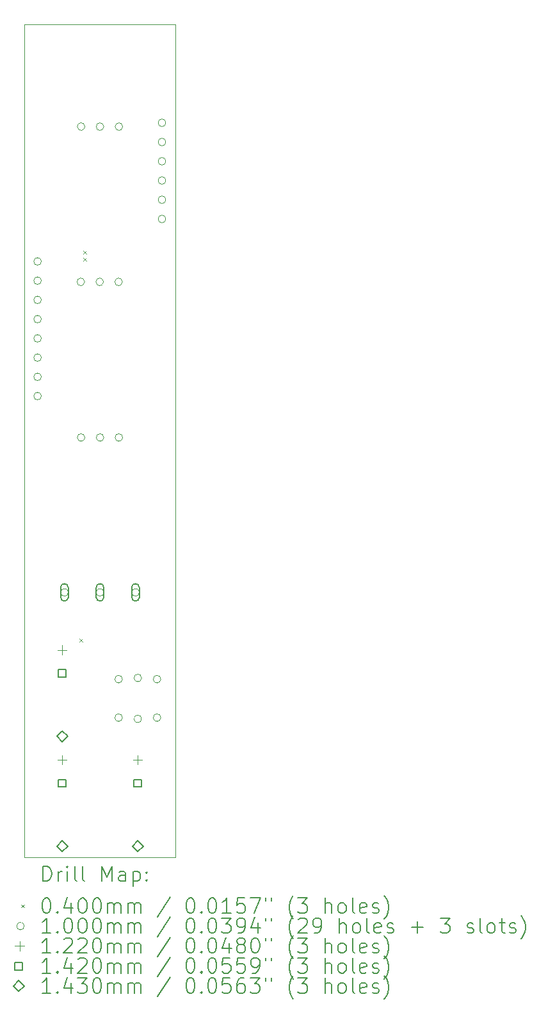
<source format=gbr>
%TF.GenerationSoftware,KiCad,Pcbnew,7.0.1.1-36-gbcf78dbe24-dirty-deb11*%
%TF.CreationDate,Date%
%TF.ProjectId,RP2040-VCO,52503230-3430-42d5-9643-4f2e6b696361,rev?*%
%TF.SameCoordinates,Original*%
%TF.FileFunction,Drillmap*%
%TF.FilePolarity,Positive*%
%FSLAX45Y45*%
G04 Gerber Fmt 4.5, Leading zero omitted, Abs format (unit mm)*
G04 Created by KiCad*
%MOMM*%
%LPD*%
G01*
G04 APERTURE LIST*
%ADD10C,0.050000*%
%ADD11C,0.200000*%
%ADD12C,0.040000*%
%ADD13C,0.100000*%
%ADD14C,0.122000*%
%ADD15C,0.142000*%
%ADD16C,0.143000*%
G04 APERTURE END LIST*
D10*
X9400000Y-3650000D02*
X9400000Y-14650000D01*
X7400000Y-3650000D02*
X9400000Y-3650000D01*
X7400000Y-3650000D02*
X7400000Y-14650000D01*
X7400000Y-14650000D02*
X9400000Y-14650000D01*
D11*
D12*
X8130000Y-11760000D02*
X8170000Y-11800000D01*
X8170000Y-11760000D02*
X8130000Y-11800000D01*
X8180000Y-6640000D02*
X8220000Y-6680000D01*
X8220000Y-6640000D02*
X8180000Y-6680000D01*
X8180000Y-6730000D02*
X8220000Y-6770000D01*
X8220000Y-6730000D02*
X8180000Y-6770000D01*
D13*
X7625000Y-6780000D02*
G75*
G03*
X7625000Y-6780000I-50000J0D01*
G01*
X7625000Y-7034000D02*
G75*
G03*
X7625000Y-7034000I-50000J0D01*
G01*
X7625000Y-7288000D02*
G75*
G03*
X7625000Y-7288000I-50000J0D01*
G01*
X7625000Y-7542000D02*
G75*
G03*
X7625000Y-7542000I-50000J0D01*
G01*
X7625000Y-7796000D02*
G75*
G03*
X7625000Y-7796000I-50000J0D01*
G01*
X7625000Y-8050000D02*
G75*
G03*
X7625000Y-8050000I-50000J0D01*
G01*
X7625000Y-8304000D02*
G75*
G03*
X7625000Y-8304000I-50000J0D01*
G01*
X7625000Y-8558000D02*
G75*
G03*
X7625000Y-8558000I-50000J0D01*
G01*
X7980000Y-11150000D02*
G75*
G03*
X7980000Y-11150000I-50000J0D01*
G01*
D11*
X7980000Y-11215000D02*
X7980000Y-11085000D01*
X7980000Y-11085000D02*
G75*
G03*
X7880000Y-11085000I-50000J0D01*
G01*
X7880000Y-11085000D02*
X7880000Y-11215000D01*
X7880000Y-11215000D02*
G75*
G03*
X7980000Y-11215000I50000J0D01*
G01*
D13*
X8196000Y-7050000D02*
G75*
G03*
X8196000Y-7050000I-50000J0D01*
G01*
X8200000Y-5000000D02*
G75*
G03*
X8200000Y-5000000I-50000J0D01*
G01*
X8200000Y-9105000D02*
G75*
G03*
X8200000Y-9105000I-50000J0D01*
G01*
X8446000Y-7050000D02*
G75*
G03*
X8446000Y-7050000I-50000J0D01*
G01*
X8450000Y-5000000D02*
G75*
G03*
X8450000Y-5000000I-50000J0D01*
G01*
X8450000Y-9105000D02*
G75*
G03*
X8450000Y-9105000I-50000J0D01*
G01*
X8450000Y-11150000D02*
G75*
G03*
X8450000Y-11150000I-50000J0D01*
G01*
D11*
X8450000Y-11215000D02*
X8450000Y-11085000D01*
X8450000Y-11085000D02*
G75*
G03*
X8350000Y-11085000I-50000J0D01*
G01*
X8350000Y-11085000D02*
X8350000Y-11215000D01*
X8350000Y-11215000D02*
G75*
G03*
X8450000Y-11215000I50000J0D01*
G01*
D13*
X8696000Y-7050000D02*
G75*
G03*
X8696000Y-7050000I-50000J0D01*
G01*
X8696000Y-12296000D02*
G75*
G03*
X8696000Y-12296000I-50000J0D01*
G01*
X8696000Y-12804000D02*
G75*
G03*
X8696000Y-12804000I-50000J0D01*
G01*
X8700000Y-5000000D02*
G75*
G03*
X8700000Y-5000000I-50000J0D01*
G01*
X8700000Y-9105000D02*
G75*
G03*
X8700000Y-9105000I-50000J0D01*
G01*
X8920000Y-11150000D02*
G75*
G03*
X8920000Y-11150000I-50000J0D01*
G01*
D11*
X8920000Y-11215000D02*
X8920000Y-11085000D01*
X8920000Y-11085000D02*
G75*
G03*
X8820000Y-11085000I-50000J0D01*
G01*
X8820000Y-11085000D02*
X8820000Y-11215000D01*
X8820000Y-11215000D02*
G75*
G03*
X8920000Y-11215000I50000J0D01*
G01*
D13*
X8950000Y-12280000D02*
G75*
G03*
X8950000Y-12280000I-50000J0D01*
G01*
X8950000Y-12820000D02*
G75*
G03*
X8950000Y-12820000I-50000J0D01*
G01*
X9204000Y-12296000D02*
G75*
G03*
X9204000Y-12296000I-50000J0D01*
G01*
X9204000Y-12804000D02*
G75*
G03*
X9204000Y-12804000I-50000J0D01*
G01*
X9270000Y-4950000D02*
G75*
G03*
X9270000Y-4950000I-50000J0D01*
G01*
X9270000Y-5204000D02*
G75*
G03*
X9270000Y-5204000I-50000J0D01*
G01*
X9270000Y-5458000D02*
G75*
G03*
X9270000Y-5458000I-50000J0D01*
G01*
X9270000Y-5712000D02*
G75*
G03*
X9270000Y-5712000I-50000J0D01*
G01*
X9270000Y-5966000D02*
G75*
G03*
X9270000Y-5966000I-50000J0D01*
G01*
X9270000Y-6220000D02*
G75*
G03*
X9270000Y-6220000I-50000J0D01*
G01*
D14*
X7900000Y-11849000D02*
X7900000Y-11971000D01*
X7839000Y-11910000D02*
X7961000Y-11910000D01*
X7900000Y-13299000D02*
X7900000Y-13421000D01*
X7839000Y-13360000D02*
X7961000Y-13360000D01*
X8900000Y-13299000D02*
X8900000Y-13421000D01*
X8839000Y-13360000D02*
X8961000Y-13360000D01*
D15*
X7950205Y-12270205D02*
X7950205Y-12169795D01*
X7849795Y-12169795D01*
X7849795Y-12270205D01*
X7950205Y-12270205D01*
X7950205Y-13720205D02*
X7950205Y-13619795D01*
X7849795Y-13619795D01*
X7849795Y-13720205D01*
X7950205Y-13720205D01*
X8950205Y-13720205D02*
X8950205Y-13619795D01*
X8849795Y-13619795D01*
X8849795Y-13720205D01*
X8950205Y-13720205D01*
D16*
X7900000Y-13121500D02*
X7971500Y-13050000D01*
X7900000Y-12978500D01*
X7828500Y-13050000D01*
X7900000Y-13121500D01*
X7900000Y-14571500D02*
X7971500Y-14500000D01*
X7900000Y-14428500D01*
X7828500Y-14500000D01*
X7900000Y-14571500D01*
X8900000Y-14571500D02*
X8971500Y-14500000D01*
X8900000Y-14428500D01*
X8828500Y-14500000D01*
X8900000Y-14571500D01*
D11*
X7645119Y-14965024D02*
X7645119Y-14765024D01*
X7645119Y-14765024D02*
X7692738Y-14765024D01*
X7692738Y-14765024D02*
X7721309Y-14774548D01*
X7721309Y-14774548D02*
X7740357Y-14793595D01*
X7740357Y-14793595D02*
X7749881Y-14812643D01*
X7749881Y-14812643D02*
X7759405Y-14850738D01*
X7759405Y-14850738D02*
X7759405Y-14879309D01*
X7759405Y-14879309D02*
X7749881Y-14917405D01*
X7749881Y-14917405D02*
X7740357Y-14936452D01*
X7740357Y-14936452D02*
X7721309Y-14955500D01*
X7721309Y-14955500D02*
X7692738Y-14965024D01*
X7692738Y-14965024D02*
X7645119Y-14965024D01*
X7845119Y-14965024D02*
X7845119Y-14831690D01*
X7845119Y-14869786D02*
X7854643Y-14850738D01*
X7854643Y-14850738D02*
X7864167Y-14841214D01*
X7864167Y-14841214D02*
X7883214Y-14831690D01*
X7883214Y-14831690D02*
X7902262Y-14831690D01*
X7968928Y-14965024D02*
X7968928Y-14831690D01*
X7968928Y-14765024D02*
X7959405Y-14774548D01*
X7959405Y-14774548D02*
X7968928Y-14784071D01*
X7968928Y-14784071D02*
X7978452Y-14774548D01*
X7978452Y-14774548D02*
X7968928Y-14765024D01*
X7968928Y-14765024D02*
X7968928Y-14784071D01*
X8092738Y-14965024D02*
X8073690Y-14955500D01*
X8073690Y-14955500D02*
X8064167Y-14936452D01*
X8064167Y-14936452D02*
X8064167Y-14765024D01*
X8197500Y-14965024D02*
X8178452Y-14955500D01*
X8178452Y-14955500D02*
X8168928Y-14936452D01*
X8168928Y-14936452D02*
X8168928Y-14765024D01*
X8426071Y-14965024D02*
X8426071Y-14765024D01*
X8426071Y-14765024D02*
X8492738Y-14907881D01*
X8492738Y-14907881D02*
X8559405Y-14765024D01*
X8559405Y-14765024D02*
X8559405Y-14965024D01*
X8740357Y-14965024D02*
X8740357Y-14860262D01*
X8740357Y-14860262D02*
X8730833Y-14841214D01*
X8730833Y-14841214D02*
X8711786Y-14831690D01*
X8711786Y-14831690D02*
X8673690Y-14831690D01*
X8673690Y-14831690D02*
X8654643Y-14841214D01*
X8740357Y-14955500D02*
X8721310Y-14965024D01*
X8721310Y-14965024D02*
X8673690Y-14965024D01*
X8673690Y-14965024D02*
X8654643Y-14955500D01*
X8654643Y-14955500D02*
X8645119Y-14936452D01*
X8645119Y-14936452D02*
X8645119Y-14917405D01*
X8645119Y-14917405D02*
X8654643Y-14898357D01*
X8654643Y-14898357D02*
X8673690Y-14888833D01*
X8673690Y-14888833D02*
X8721310Y-14888833D01*
X8721310Y-14888833D02*
X8740357Y-14879309D01*
X8835595Y-14831690D02*
X8835595Y-15031690D01*
X8835595Y-14841214D02*
X8854643Y-14831690D01*
X8854643Y-14831690D02*
X8892738Y-14831690D01*
X8892738Y-14831690D02*
X8911786Y-14841214D01*
X8911786Y-14841214D02*
X8921310Y-14850738D01*
X8921310Y-14850738D02*
X8930833Y-14869786D01*
X8930833Y-14869786D02*
X8930833Y-14926928D01*
X8930833Y-14926928D02*
X8921310Y-14945976D01*
X8921310Y-14945976D02*
X8911786Y-14955500D01*
X8911786Y-14955500D02*
X8892738Y-14965024D01*
X8892738Y-14965024D02*
X8854643Y-14965024D01*
X8854643Y-14965024D02*
X8835595Y-14955500D01*
X9016548Y-14945976D02*
X9026071Y-14955500D01*
X9026071Y-14955500D02*
X9016548Y-14965024D01*
X9016548Y-14965024D02*
X9007024Y-14955500D01*
X9007024Y-14955500D02*
X9016548Y-14945976D01*
X9016548Y-14945976D02*
X9016548Y-14965024D01*
X9016548Y-14841214D02*
X9026071Y-14850738D01*
X9026071Y-14850738D02*
X9016548Y-14860262D01*
X9016548Y-14860262D02*
X9007024Y-14850738D01*
X9007024Y-14850738D02*
X9016548Y-14841214D01*
X9016548Y-14841214D02*
X9016548Y-14860262D01*
D12*
X7357500Y-15272500D02*
X7397500Y-15312500D01*
X7397500Y-15272500D02*
X7357500Y-15312500D01*
D11*
X7683214Y-15185024D02*
X7702262Y-15185024D01*
X7702262Y-15185024D02*
X7721309Y-15194548D01*
X7721309Y-15194548D02*
X7730833Y-15204071D01*
X7730833Y-15204071D02*
X7740357Y-15223119D01*
X7740357Y-15223119D02*
X7749881Y-15261214D01*
X7749881Y-15261214D02*
X7749881Y-15308833D01*
X7749881Y-15308833D02*
X7740357Y-15346928D01*
X7740357Y-15346928D02*
X7730833Y-15365976D01*
X7730833Y-15365976D02*
X7721309Y-15375500D01*
X7721309Y-15375500D02*
X7702262Y-15385024D01*
X7702262Y-15385024D02*
X7683214Y-15385024D01*
X7683214Y-15385024D02*
X7664167Y-15375500D01*
X7664167Y-15375500D02*
X7654643Y-15365976D01*
X7654643Y-15365976D02*
X7645119Y-15346928D01*
X7645119Y-15346928D02*
X7635595Y-15308833D01*
X7635595Y-15308833D02*
X7635595Y-15261214D01*
X7635595Y-15261214D02*
X7645119Y-15223119D01*
X7645119Y-15223119D02*
X7654643Y-15204071D01*
X7654643Y-15204071D02*
X7664167Y-15194548D01*
X7664167Y-15194548D02*
X7683214Y-15185024D01*
X7835595Y-15365976D02*
X7845119Y-15375500D01*
X7845119Y-15375500D02*
X7835595Y-15385024D01*
X7835595Y-15385024D02*
X7826071Y-15375500D01*
X7826071Y-15375500D02*
X7835595Y-15365976D01*
X7835595Y-15365976D02*
X7835595Y-15385024D01*
X8016548Y-15251690D02*
X8016548Y-15385024D01*
X7968928Y-15175500D02*
X7921309Y-15318357D01*
X7921309Y-15318357D02*
X8045119Y-15318357D01*
X8159405Y-15185024D02*
X8178452Y-15185024D01*
X8178452Y-15185024D02*
X8197500Y-15194548D01*
X8197500Y-15194548D02*
X8207024Y-15204071D01*
X8207024Y-15204071D02*
X8216548Y-15223119D01*
X8216548Y-15223119D02*
X8226071Y-15261214D01*
X8226071Y-15261214D02*
X8226071Y-15308833D01*
X8226071Y-15308833D02*
X8216548Y-15346928D01*
X8216548Y-15346928D02*
X8207024Y-15365976D01*
X8207024Y-15365976D02*
X8197500Y-15375500D01*
X8197500Y-15375500D02*
X8178452Y-15385024D01*
X8178452Y-15385024D02*
X8159405Y-15385024D01*
X8159405Y-15385024D02*
X8140357Y-15375500D01*
X8140357Y-15375500D02*
X8130833Y-15365976D01*
X8130833Y-15365976D02*
X8121309Y-15346928D01*
X8121309Y-15346928D02*
X8111786Y-15308833D01*
X8111786Y-15308833D02*
X8111786Y-15261214D01*
X8111786Y-15261214D02*
X8121309Y-15223119D01*
X8121309Y-15223119D02*
X8130833Y-15204071D01*
X8130833Y-15204071D02*
X8140357Y-15194548D01*
X8140357Y-15194548D02*
X8159405Y-15185024D01*
X8349881Y-15185024D02*
X8368929Y-15185024D01*
X8368929Y-15185024D02*
X8387976Y-15194548D01*
X8387976Y-15194548D02*
X8397500Y-15204071D01*
X8397500Y-15204071D02*
X8407024Y-15223119D01*
X8407024Y-15223119D02*
X8416548Y-15261214D01*
X8416548Y-15261214D02*
X8416548Y-15308833D01*
X8416548Y-15308833D02*
X8407024Y-15346928D01*
X8407024Y-15346928D02*
X8397500Y-15365976D01*
X8397500Y-15365976D02*
X8387976Y-15375500D01*
X8387976Y-15375500D02*
X8368929Y-15385024D01*
X8368929Y-15385024D02*
X8349881Y-15385024D01*
X8349881Y-15385024D02*
X8330833Y-15375500D01*
X8330833Y-15375500D02*
X8321309Y-15365976D01*
X8321309Y-15365976D02*
X8311786Y-15346928D01*
X8311786Y-15346928D02*
X8302262Y-15308833D01*
X8302262Y-15308833D02*
X8302262Y-15261214D01*
X8302262Y-15261214D02*
X8311786Y-15223119D01*
X8311786Y-15223119D02*
X8321309Y-15204071D01*
X8321309Y-15204071D02*
X8330833Y-15194548D01*
X8330833Y-15194548D02*
X8349881Y-15185024D01*
X8502262Y-15385024D02*
X8502262Y-15251690D01*
X8502262Y-15270738D02*
X8511786Y-15261214D01*
X8511786Y-15261214D02*
X8530833Y-15251690D01*
X8530833Y-15251690D02*
X8559405Y-15251690D01*
X8559405Y-15251690D02*
X8578452Y-15261214D01*
X8578452Y-15261214D02*
X8587976Y-15280262D01*
X8587976Y-15280262D02*
X8587976Y-15385024D01*
X8587976Y-15280262D02*
X8597500Y-15261214D01*
X8597500Y-15261214D02*
X8616548Y-15251690D01*
X8616548Y-15251690D02*
X8645119Y-15251690D01*
X8645119Y-15251690D02*
X8664167Y-15261214D01*
X8664167Y-15261214D02*
X8673691Y-15280262D01*
X8673691Y-15280262D02*
X8673691Y-15385024D01*
X8768929Y-15385024D02*
X8768929Y-15251690D01*
X8768929Y-15270738D02*
X8778452Y-15261214D01*
X8778452Y-15261214D02*
X8797500Y-15251690D01*
X8797500Y-15251690D02*
X8826072Y-15251690D01*
X8826072Y-15251690D02*
X8845119Y-15261214D01*
X8845119Y-15261214D02*
X8854643Y-15280262D01*
X8854643Y-15280262D02*
X8854643Y-15385024D01*
X8854643Y-15280262D02*
X8864167Y-15261214D01*
X8864167Y-15261214D02*
X8883214Y-15251690D01*
X8883214Y-15251690D02*
X8911786Y-15251690D01*
X8911786Y-15251690D02*
X8930833Y-15261214D01*
X8930833Y-15261214D02*
X8940357Y-15280262D01*
X8940357Y-15280262D02*
X8940357Y-15385024D01*
X9330833Y-15175500D02*
X9159405Y-15432643D01*
X9587976Y-15185024D02*
X9607024Y-15185024D01*
X9607024Y-15185024D02*
X9626072Y-15194548D01*
X9626072Y-15194548D02*
X9635595Y-15204071D01*
X9635595Y-15204071D02*
X9645119Y-15223119D01*
X9645119Y-15223119D02*
X9654643Y-15261214D01*
X9654643Y-15261214D02*
X9654643Y-15308833D01*
X9654643Y-15308833D02*
X9645119Y-15346928D01*
X9645119Y-15346928D02*
X9635595Y-15365976D01*
X9635595Y-15365976D02*
X9626072Y-15375500D01*
X9626072Y-15375500D02*
X9607024Y-15385024D01*
X9607024Y-15385024D02*
X9587976Y-15385024D01*
X9587976Y-15385024D02*
X9568929Y-15375500D01*
X9568929Y-15375500D02*
X9559405Y-15365976D01*
X9559405Y-15365976D02*
X9549881Y-15346928D01*
X9549881Y-15346928D02*
X9540357Y-15308833D01*
X9540357Y-15308833D02*
X9540357Y-15261214D01*
X9540357Y-15261214D02*
X9549881Y-15223119D01*
X9549881Y-15223119D02*
X9559405Y-15204071D01*
X9559405Y-15204071D02*
X9568929Y-15194548D01*
X9568929Y-15194548D02*
X9587976Y-15185024D01*
X9740357Y-15365976D02*
X9749881Y-15375500D01*
X9749881Y-15375500D02*
X9740357Y-15385024D01*
X9740357Y-15385024D02*
X9730834Y-15375500D01*
X9730834Y-15375500D02*
X9740357Y-15365976D01*
X9740357Y-15365976D02*
X9740357Y-15385024D01*
X9873691Y-15185024D02*
X9892738Y-15185024D01*
X9892738Y-15185024D02*
X9911786Y-15194548D01*
X9911786Y-15194548D02*
X9921310Y-15204071D01*
X9921310Y-15204071D02*
X9930834Y-15223119D01*
X9930834Y-15223119D02*
X9940357Y-15261214D01*
X9940357Y-15261214D02*
X9940357Y-15308833D01*
X9940357Y-15308833D02*
X9930834Y-15346928D01*
X9930834Y-15346928D02*
X9921310Y-15365976D01*
X9921310Y-15365976D02*
X9911786Y-15375500D01*
X9911786Y-15375500D02*
X9892738Y-15385024D01*
X9892738Y-15385024D02*
X9873691Y-15385024D01*
X9873691Y-15385024D02*
X9854643Y-15375500D01*
X9854643Y-15375500D02*
X9845119Y-15365976D01*
X9845119Y-15365976D02*
X9835595Y-15346928D01*
X9835595Y-15346928D02*
X9826072Y-15308833D01*
X9826072Y-15308833D02*
X9826072Y-15261214D01*
X9826072Y-15261214D02*
X9835595Y-15223119D01*
X9835595Y-15223119D02*
X9845119Y-15204071D01*
X9845119Y-15204071D02*
X9854643Y-15194548D01*
X9854643Y-15194548D02*
X9873691Y-15185024D01*
X10130834Y-15385024D02*
X10016548Y-15385024D01*
X10073691Y-15385024D02*
X10073691Y-15185024D01*
X10073691Y-15185024D02*
X10054643Y-15213595D01*
X10054643Y-15213595D02*
X10035595Y-15232643D01*
X10035595Y-15232643D02*
X10016548Y-15242167D01*
X10311786Y-15185024D02*
X10216548Y-15185024D01*
X10216548Y-15185024D02*
X10207024Y-15280262D01*
X10207024Y-15280262D02*
X10216548Y-15270738D01*
X10216548Y-15270738D02*
X10235595Y-15261214D01*
X10235595Y-15261214D02*
X10283215Y-15261214D01*
X10283215Y-15261214D02*
X10302262Y-15270738D01*
X10302262Y-15270738D02*
X10311786Y-15280262D01*
X10311786Y-15280262D02*
X10321310Y-15299309D01*
X10321310Y-15299309D02*
X10321310Y-15346928D01*
X10321310Y-15346928D02*
X10311786Y-15365976D01*
X10311786Y-15365976D02*
X10302262Y-15375500D01*
X10302262Y-15375500D02*
X10283215Y-15385024D01*
X10283215Y-15385024D02*
X10235595Y-15385024D01*
X10235595Y-15385024D02*
X10216548Y-15375500D01*
X10216548Y-15375500D02*
X10207024Y-15365976D01*
X10387976Y-15185024D02*
X10521310Y-15185024D01*
X10521310Y-15185024D02*
X10435595Y-15385024D01*
X10587976Y-15185024D02*
X10587976Y-15223119D01*
X10664167Y-15185024D02*
X10664167Y-15223119D01*
X10959405Y-15461214D02*
X10949881Y-15451690D01*
X10949881Y-15451690D02*
X10930834Y-15423119D01*
X10930834Y-15423119D02*
X10921310Y-15404071D01*
X10921310Y-15404071D02*
X10911786Y-15375500D01*
X10911786Y-15375500D02*
X10902262Y-15327881D01*
X10902262Y-15327881D02*
X10902262Y-15289786D01*
X10902262Y-15289786D02*
X10911786Y-15242167D01*
X10911786Y-15242167D02*
X10921310Y-15213595D01*
X10921310Y-15213595D02*
X10930834Y-15194548D01*
X10930834Y-15194548D02*
X10949881Y-15165976D01*
X10949881Y-15165976D02*
X10959405Y-15156452D01*
X11016548Y-15185024D02*
X11140357Y-15185024D01*
X11140357Y-15185024D02*
X11073691Y-15261214D01*
X11073691Y-15261214D02*
X11102262Y-15261214D01*
X11102262Y-15261214D02*
X11121310Y-15270738D01*
X11121310Y-15270738D02*
X11130834Y-15280262D01*
X11130834Y-15280262D02*
X11140357Y-15299309D01*
X11140357Y-15299309D02*
X11140357Y-15346928D01*
X11140357Y-15346928D02*
X11130834Y-15365976D01*
X11130834Y-15365976D02*
X11121310Y-15375500D01*
X11121310Y-15375500D02*
X11102262Y-15385024D01*
X11102262Y-15385024D02*
X11045119Y-15385024D01*
X11045119Y-15385024D02*
X11026072Y-15375500D01*
X11026072Y-15375500D02*
X11016548Y-15365976D01*
X11378453Y-15385024D02*
X11378453Y-15185024D01*
X11464167Y-15385024D02*
X11464167Y-15280262D01*
X11464167Y-15280262D02*
X11454643Y-15261214D01*
X11454643Y-15261214D02*
X11435596Y-15251690D01*
X11435596Y-15251690D02*
X11407024Y-15251690D01*
X11407024Y-15251690D02*
X11387976Y-15261214D01*
X11387976Y-15261214D02*
X11378453Y-15270738D01*
X11587976Y-15385024D02*
X11568929Y-15375500D01*
X11568929Y-15375500D02*
X11559405Y-15365976D01*
X11559405Y-15365976D02*
X11549881Y-15346928D01*
X11549881Y-15346928D02*
X11549881Y-15289786D01*
X11549881Y-15289786D02*
X11559405Y-15270738D01*
X11559405Y-15270738D02*
X11568929Y-15261214D01*
X11568929Y-15261214D02*
X11587976Y-15251690D01*
X11587976Y-15251690D02*
X11616548Y-15251690D01*
X11616548Y-15251690D02*
X11635596Y-15261214D01*
X11635596Y-15261214D02*
X11645119Y-15270738D01*
X11645119Y-15270738D02*
X11654643Y-15289786D01*
X11654643Y-15289786D02*
X11654643Y-15346928D01*
X11654643Y-15346928D02*
X11645119Y-15365976D01*
X11645119Y-15365976D02*
X11635596Y-15375500D01*
X11635596Y-15375500D02*
X11616548Y-15385024D01*
X11616548Y-15385024D02*
X11587976Y-15385024D01*
X11768929Y-15385024D02*
X11749881Y-15375500D01*
X11749881Y-15375500D02*
X11740357Y-15356452D01*
X11740357Y-15356452D02*
X11740357Y-15185024D01*
X11921310Y-15375500D02*
X11902262Y-15385024D01*
X11902262Y-15385024D02*
X11864167Y-15385024D01*
X11864167Y-15385024D02*
X11845119Y-15375500D01*
X11845119Y-15375500D02*
X11835596Y-15356452D01*
X11835596Y-15356452D02*
X11835596Y-15280262D01*
X11835596Y-15280262D02*
X11845119Y-15261214D01*
X11845119Y-15261214D02*
X11864167Y-15251690D01*
X11864167Y-15251690D02*
X11902262Y-15251690D01*
X11902262Y-15251690D02*
X11921310Y-15261214D01*
X11921310Y-15261214D02*
X11930834Y-15280262D01*
X11930834Y-15280262D02*
X11930834Y-15299309D01*
X11930834Y-15299309D02*
X11835596Y-15318357D01*
X12007024Y-15375500D02*
X12026072Y-15385024D01*
X12026072Y-15385024D02*
X12064167Y-15385024D01*
X12064167Y-15385024D02*
X12083215Y-15375500D01*
X12083215Y-15375500D02*
X12092738Y-15356452D01*
X12092738Y-15356452D02*
X12092738Y-15346928D01*
X12092738Y-15346928D02*
X12083215Y-15327881D01*
X12083215Y-15327881D02*
X12064167Y-15318357D01*
X12064167Y-15318357D02*
X12035596Y-15318357D01*
X12035596Y-15318357D02*
X12016548Y-15308833D01*
X12016548Y-15308833D02*
X12007024Y-15289786D01*
X12007024Y-15289786D02*
X12007024Y-15280262D01*
X12007024Y-15280262D02*
X12016548Y-15261214D01*
X12016548Y-15261214D02*
X12035596Y-15251690D01*
X12035596Y-15251690D02*
X12064167Y-15251690D01*
X12064167Y-15251690D02*
X12083215Y-15261214D01*
X12159405Y-15461214D02*
X12168929Y-15451690D01*
X12168929Y-15451690D02*
X12187977Y-15423119D01*
X12187977Y-15423119D02*
X12197500Y-15404071D01*
X12197500Y-15404071D02*
X12207024Y-15375500D01*
X12207024Y-15375500D02*
X12216548Y-15327881D01*
X12216548Y-15327881D02*
X12216548Y-15289786D01*
X12216548Y-15289786D02*
X12207024Y-15242167D01*
X12207024Y-15242167D02*
X12197500Y-15213595D01*
X12197500Y-15213595D02*
X12187977Y-15194548D01*
X12187977Y-15194548D02*
X12168929Y-15165976D01*
X12168929Y-15165976D02*
X12159405Y-15156452D01*
D13*
X7397500Y-15556500D02*
G75*
G03*
X7397500Y-15556500I-50000J0D01*
G01*
D11*
X7749881Y-15649024D02*
X7635595Y-15649024D01*
X7692738Y-15649024D02*
X7692738Y-15449024D01*
X7692738Y-15449024D02*
X7673690Y-15477595D01*
X7673690Y-15477595D02*
X7654643Y-15496643D01*
X7654643Y-15496643D02*
X7635595Y-15506167D01*
X7835595Y-15629976D02*
X7845119Y-15639500D01*
X7845119Y-15639500D02*
X7835595Y-15649024D01*
X7835595Y-15649024D02*
X7826071Y-15639500D01*
X7826071Y-15639500D02*
X7835595Y-15629976D01*
X7835595Y-15629976D02*
X7835595Y-15649024D01*
X7968928Y-15449024D02*
X7987976Y-15449024D01*
X7987976Y-15449024D02*
X8007024Y-15458548D01*
X8007024Y-15458548D02*
X8016548Y-15468071D01*
X8016548Y-15468071D02*
X8026071Y-15487119D01*
X8026071Y-15487119D02*
X8035595Y-15525214D01*
X8035595Y-15525214D02*
X8035595Y-15572833D01*
X8035595Y-15572833D02*
X8026071Y-15610928D01*
X8026071Y-15610928D02*
X8016548Y-15629976D01*
X8016548Y-15629976D02*
X8007024Y-15639500D01*
X8007024Y-15639500D02*
X7987976Y-15649024D01*
X7987976Y-15649024D02*
X7968928Y-15649024D01*
X7968928Y-15649024D02*
X7949881Y-15639500D01*
X7949881Y-15639500D02*
X7940357Y-15629976D01*
X7940357Y-15629976D02*
X7930833Y-15610928D01*
X7930833Y-15610928D02*
X7921309Y-15572833D01*
X7921309Y-15572833D02*
X7921309Y-15525214D01*
X7921309Y-15525214D02*
X7930833Y-15487119D01*
X7930833Y-15487119D02*
X7940357Y-15468071D01*
X7940357Y-15468071D02*
X7949881Y-15458548D01*
X7949881Y-15458548D02*
X7968928Y-15449024D01*
X8159405Y-15449024D02*
X8178452Y-15449024D01*
X8178452Y-15449024D02*
X8197500Y-15458548D01*
X8197500Y-15458548D02*
X8207024Y-15468071D01*
X8207024Y-15468071D02*
X8216548Y-15487119D01*
X8216548Y-15487119D02*
X8226071Y-15525214D01*
X8226071Y-15525214D02*
X8226071Y-15572833D01*
X8226071Y-15572833D02*
X8216548Y-15610928D01*
X8216548Y-15610928D02*
X8207024Y-15629976D01*
X8207024Y-15629976D02*
X8197500Y-15639500D01*
X8197500Y-15639500D02*
X8178452Y-15649024D01*
X8178452Y-15649024D02*
X8159405Y-15649024D01*
X8159405Y-15649024D02*
X8140357Y-15639500D01*
X8140357Y-15639500D02*
X8130833Y-15629976D01*
X8130833Y-15629976D02*
X8121309Y-15610928D01*
X8121309Y-15610928D02*
X8111786Y-15572833D01*
X8111786Y-15572833D02*
X8111786Y-15525214D01*
X8111786Y-15525214D02*
X8121309Y-15487119D01*
X8121309Y-15487119D02*
X8130833Y-15468071D01*
X8130833Y-15468071D02*
X8140357Y-15458548D01*
X8140357Y-15458548D02*
X8159405Y-15449024D01*
X8349881Y-15449024D02*
X8368929Y-15449024D01*
X8368929Y-15449024D02*
X8387976Y-15458548D01*
X8387976Y-15458548D02*
X8397500Y-15468071D01*
X8397500Y-15468071D02*
X8407024Y-15487119D01*
X8407024Y-15487119D02*
X8416548Y-15525214D01*
X8416548Y-15525214D02*
X8416548Y-15572833D01*
X8416548Y-15572833D02*
X8407024Y-15610928D01*
X8407024Y-15610928D02*
X8397500Y-15629976D01*
X8397500Y-15629976D02*
X8387976Y-15639500D01*
X8387976Y-15639500D02*
X8368929Y-15649024D01*
X8368929Y-15649024D02*
X8349881Y-15649024D01*
X8349881Y-15649024D02*
X8330833Y-15639500D01*
X8330833Y-15639500D02*
X8321309Y-15629976D01*
X8321309Y-15629976D02*
X8311786Y-15610928D01*
X8311786Y-15610928D02*
X8302262Y-15572833D01*
X8302262Y-15572833D02*
X8302262Y-15525214D01*
X8302262Y-15525214D02*
X8311786Y-15487119D01*
X8311786Y-15487119D02*
X8321309Y-15468071D01*
X8321309Y-15468071D02*
X8330833Y-15458548D01*
X8330833Y-15458548D02*
X8349881Y-15449024D01*
X8502262Y-15649024D02*
X8502262Y-15515690D01*
X8502262Y-15534738D02*
X8511786Y-15525214D01*
X8511786Y-15525214D02*
X8530833Y-15515690D01*
X8530833Y-15515690D02*
X8559405Y-15515690D01*
X8559405Y-15515690D02*
X8578452Y-15525214D01*
X8578452Y-15525214D02*
X8587976Y-15544262D01*
X8587976Y-15544262D02*
X8587976Y-15649024D01*
X8587976Y-15544262D02*
X8597500Y-15525214D01*
X8597500Y-15525214D02*
X8616548Y-15515690D01*
X8616548Y-15515690D02*
X8645119Y-15515690D01*
X8645119Y-15515690D02*
X8664167Y-15525214D01*
X8664167Y-15525214D02*
X8673691Y-15544262D01*
X8673691Y-15544262D02*
X8673691Y-15649024D01*
X8768929Y-15649024D02*
X8768929Y-15515690D01*
X8768929Y-15534738D02*
X8778452Y-15525214D01*
X8778452Y-15525214D02*
X8797500Y-15515690D01*
X8797500Y-15515690D02*
X8826072Y-15515690D01*
X8826072Y-15515690D02*
X8845119Y-15525214D01*
X8845119Y-15525214D02*
X8854643Y-15544262D01*
X8854643Y-15544262D02*
X8854643Y-15649024D01*
X8854643Y-15544262D02*
X8864167Y-15525214D01*
X8864167Y-15525214D02*
X8883214Y-15515690D01*
X8883214Y-15515690D02*
X8911786Y-15515690D01*
X8911786Y-15515690D02*
X8930833Y-15525214D01*
X8930833Y-15525214D02*
X8940357Y-15544262D01*
X8940357Y-15544262D02*
X8940357Y-15649024D01*
X9330833Y-15439500D02*
X9159405Y-15696643D01*
X9587976Y-15449024D02*
X9607024Y-15449024D01*
X9607024Y-15449024D02*
X9626072Y-15458548D01*
X9626072Y-15458548D02*
X9635595Y-15468071D01*
X9635595Y-15468071D02*
X9645119Y-15487119D01*
X9645119Y-15487119D02*
X9654643Y-15525214D01*
X9654643Y-15525214D02*
X9654643Y-15572833D01*
X9654643Y-15572833D02*
X9645119Y-15610928D01*
X9645119Y-15610928D02*
X9635595Y-15629976D01*
X9635595Y-15629976D02*
X9626072Y-15639500D01*
X9626072Y-15639500D02*
X9607024Y-15649024D01*
X9607024Y-15649024D02*
X9587976Y-15649024D01*
X9587976Y-15649024D02*
X9568929Y-15639500D01*
X9568929Y-15639500D02*
X9559405Y-15629976D01*
X9559405Y-15629976D02*
X9549881Y-15610928D01*
X9549881Y-15610928D02*
X9540357Y-15572833D01*
X9540357Y-15572833D02*
X9540357Y-15525214D01*
X9540357Y-15525214D02*
X9549881Y-15487119D01*
X9549881Y-15487119D02*
X9559405Y-15468071D01*
X9559405Y-15468071D02*
X9568929Y-15458548D01*
X9568929Y-15458548D02*
X9587976Y-15449024D01*
X9740357Y-15629976D02*
X9749881Y-15639500D01*
X9749881Y-15639500D02*
X9740357Y-15649024D01*
X9740357Y-15649024D02*
X9730834Y-15639500D01*
X9730834Y-15639500D02*
X9740357Y-15629976D01*
X9740357Y-15629976D02*
X9740357Y-15649024D01*
X9873691Y-15449024D02*
X9892738Y-15449024D01*
X9892738Y-15449024D02*
X9911786Y-15458548D01*
X9911786Y-15458548D02*
X9921310Y-15468071D01*
X9921310Y-15468071D02*
X9930834Y-15487119D01*
X9930834Y-15487119D02*
X9940357Y-15525214D01*
X9940357Y-15525214D02*
X9940357Y-15572833D01*
X9940357Y-15572833D02*
X9930834Y-15610928D01*
X9930834Y-15610928D02*
X9921310Y-15629976D01*
X9921310Y-15629976D02*
X9911786Y-15639500D01*
X9911786Y-15639500D02*
X9892738Y-15649024D01*
X9892738Y-15649024D02*
X9873691Y-15649024D01*
X9873691Y-15649024D02*
X9854643Y-15639500D01*
X9854643Y-15639500D02*
X9845119Y-15629976D01*
X9845119Y-15629976D02*
X9835595Y-15610928D01*
X9835595Y-15610928D02*
X9826072Y-15572833D01*
X9826072Y-15572833D02*
X9826072Y-15525214D01*
X9826072Y-15525214D02*
X9835595Y-15487119D01*
X9835595Y-15487119D02*
X9845119Y-15468071D01*
X9845119Y-15468071D02*
X9854643Y-15458548D01*
X9854643Y-15458548D02*
X9873691Y-15449024D01*
X10007024Y-15449024D02*
X10130834Y-15449024D01*
X10130834Y-15449024D02*
X10064167Y-15525214D01*
X10064167Y-15525214D02*
X10092738Y-15525214D01*
X10092738Y-15525214D02*
X10111786Y-15534738D01*
X10111786Y-15534738D02*
X10121310Y-15544262D01*
X10121310Y-15544262D02*
X10130834Y-15563309D01*
X10130834Y-15563309D02*
X10130834Y-15610928D01*
X10130834Y-15610928D02*
X10121310Y-15629976D01*
X10121310Y-15629976D02*
X10111786Y-15639500D01*
X10111786Y-15639500D02*
X10092738Y-15649024D01*
X10092738Y-15649024D02*
X10035595Y-15649024D01*
X10035595Y-15649024D02*
X10016548Y-15639500D01*
X10016548Y-15639500D02*
X10007024Y-15629976D01*
X10226072Y-15649024D02*
X10264167Y-15649024D01*
X10264167Y-15649024D02*
X10283215Y-15639500D01*
X10283215Y-15639500D02*
X10292738Y-15629976D01*
X10292738Y-15629976D02*
X10311786Y-15601405D01*
X10311786Y-15601405D02*
X10321310Y-15563309D01*
X10321310Y-15563309D02*
X10321310Y-15487119D01*
X10321310Y-15487119D02*
X10311786Y-15468071D01*
X10311786Y-15468071D02*
X10302262Y-15458548D01*
X10302262Y-15458548D02*
X10283215Y-15449024D01*
X10283215Y-15449024D02*
X10245119Y-15449024D01*
X10245119Y-15449024D02*
X10226072Y-15458548D01*
X10226072Y-15458548D02*
X10216548Y-15468071D01*
X10216548Y-15468071D02*
X10207024Y-15487119D01*
X10207024Y-15487119D02*
X10207024Y-15534738D01*
X10207024Y-15534738D02*
X10216548Y-15553786D01*
X10216548Y-15553786D02*
X10226072Y-15563309D01*
X10226072Y-15563309D02*
X10245119Y-15572833D01*
X10245119Y-15572833D02*
X10283215Y-15572833D01*
X10283215Y-15572833D02*
X10302262Y-15563309D01*
X10302262Y-15563309D02*
X10311786Y-15553786D01*
X10311786Y-15553786D02*
X10321310Y-15534738D01*
X10492738Y-15515690D02*
X10492738Y-15649024D01*
X10445119Y-15439500D02*
X10397500Y-15582357D01*
X10397500Y-15582357D02*
X10521310Y-15582357D01*
X10587976Y-15449024D02*
X10587976Y-15487119D01*
X10664167Y-15449024D02*
X10664167Y-15487119D01*
X10959405Y-15725214D02*
X10949881Y-15715690D01*
X10949881Y-15715690D02*
X10930834Y-15687119D01*
X10930834Y-15687119D02*
X10921310Y-15668071D01*
X10921310Y-15668071D02*
X10911786Y-15639500D01*
X10911786Y-15639500D02*
X10902262Y-15591881D01*
X10902262Y-15591881D02*
X10902262Y-15553786D01*
X10902262Y-15553786D02*
X10911786Y-15506167D01*
X10911786Y-15506167D02*
X10921310Y-15477595D01*
X10921310Y-15477595D02*
X10930834Y-15458548D01*
X10930834Y-15458548D02*
X10949881Y-15429976D01*
X10949881Y-15429976D02*
X10959405Y-15420452D01*
X11026072Y-15468071D02*
X11035596Y-15458548D01*
X11035596Y-15458548D02*
X11054643Y-15449024D01*
X11054643Y-15449024D02*
X11102262Y-15449024D01*
X11102262Y-15449024D02*
X11121310Y-15458548D01*
X11121310Y-15458548D02*
X11130834Y-15468071D01*
X11130834Y-15468071D02*
X11140357Y-15487119D01*
X11140357Y-15487119D02*
X11140357Y-15506167D01*
X11140357Y-15506167D02*
X11130834Y-15534738D01*
X11130834Y-15534738D02*
X11016548Y-15649024D01*
X11016548Y-15649024D02*
X11140357Y-15649024D01*
X11235595Y-15649024D02*
X11273691Y-15649024D01*
X11273691Y-15649024D02*
X11292738Y-15639500D01*
X11292738Y-15639500D02*
X11302262Y-15629976D01*
X11302262Y-15629976D02*
X11321310Y-15601405D01*
X11321310Y-15601405D02*
X11330834Y-15563309D01*
X11330834Y-15563309D02*
X11330834Y-15487119D01*
X11330834Y-15487119D02*
X11321310Y-15468071D01*
X11321310Y-15468071D02*
X11311786Y-15458548D01*
X11311786Y-15458548D02*
X11292738Y-15449024D01*
X11292738Y-15449024D02*
X11254643Y-15449024D01*
X11254643Y-15449024D02*
X11235595Y-15458548D01*
X11235595Y-15458548D02*
X11226072Y-15468071D01*
X11226072Y-15468071D02*
X11216548Y-15487119D01*
X11216548Y-15487119D02*
X11216548Y-15534738D01*
X11216548Y-15534738D02*
X11226072Y-15553786D01*
X11226072Y-15553786D02*
X11235595Y-15563309D01*
X11235595Y-15563309D02*
X11254643Y-15572833D01*
X11254643Y-15572833D02*
X11292738Y-15572833D01*
X11292738Y-15572833D02*
X11311786Y-15563309D01*
X11311786Y-15563309D02*
X11321310Y-15553786D01*
X11321310Y-15553786D02*
X11330834Y-15534738D01*
X11568929Y-15649024D02*
X11568929Y-15449024D01*
X11654643Y-15649024D02*
X11654643Y-15544262D01*
X11654643Y-15544262D02*
X11645119Y-15525214D01*
X11645119Y-15525214D02*
X11626072Y-15515690D01*
X11626072Y-15515690D02*
X11597500Y-15515690D01*
X11597500Y-15515690D02*
X11578453Y-15525214D01*
X11578453Y-15525214D02*
X11568929Y-15534738D01*
X11778453Y-15649024D02*
X11759405Y-15639500D01*
X11759405Y-15639500D02*
X11749881Y-15629976D01*
X11749881Y-15629976D02*
X11740357Y-15610928D01*
X11740357Y-15610928D02*
X11740357Y-15553786D01*
X11740357Y-15553786D02*
X11749881Y-15534738D01*
X11749881Y-15534738D02*
X11759405Y-15525214D01*
X11759405Y-15525214D02*
X11778453Y-15515690D01*
X11778453Y-15515690D02*
X11807024Y-15515690D01*
X11807024Y-15515690D02*
X11826072Y-15525214D01*
X11826072Y-15525214D02*
X11835596Y-15534738D01*
X11835596Y-15534738D02*
X11845119Y-15553786D01*
X11845119Y-15553786D02*
X11845119Y-15610928D01*
X11845119Y-15610928D02*
X11835596Y-15629976D01*
X11835596Y-15629976D02*
X11826072Y-15639500D01*
X11826072Y-15639500D02*
X11807024Y-15649024D01*
X11807024Y-15649024D02*
X11778453Y-15649024D01*
X11959405Y-15649024D02*
X11940357Y-15639500D01*
X11940357Y-15639500D02*
X11930834Y-15620452D01*
X11930834Y-15620452D02*
X11930834Y-15449024D01*
X12111786Y-15639500D02*
X12092738Y-15649024D01*
X12092738Y-15649024D02*
X12054643Y-15649024D01*
X12054643Y-15649024D02*
X12035596Y-15639500D01*
X12035596Y-15639500D02*
X12026072Y-15620452D01*
X12026072Y-15620452D02*
X12026072Y-15544262D01*
X12026072Y-15544262D02*
X12035596Y-15525214D01*
X12035596Y-15525214D02*
X12054643Y-15515690D01*
X12054643Y-15515690D02*
X12092738Y-15515690D01*
X12092738Y-15515690D02*
X12111786Y-15525214D01*
X12111786Y-15525214D02*
X12121310Y-15544262D01*
X12121310Y-15544262D02*
X12121310Y-15563309D01*
X12121310Y-15563309D02*
X12026072Y-15582357D01*
X12197500Y-15639500D02*
X12216548Y-15649024D01*
X12216548Y-15649024D02*
X12254643Y-15649024D01*
X12254643Y-15649024D02*
X12273691Y-15639500D01*
X12273691Y-15639500D02*
X12283215Y-15620452D01*
X12283215Y-15620452D02*
X12283215Y-15610928D01*
X12283215Y-15610928D02*
X12273691Y-15591881D01*
X12273691Y-15591881D02*
X12254643Y-15582357D01*
X12254643Y-15582357D02*
X12226072Y-15582357D01*
X12226072Y-15582357D02*
X12207024Y-15572833D01*
X12207024Y-15572833D02*
X12197500Y-15553786D01*
X12197500Y-15553786D02*
X12197500Y-15544262D01*
X12197500Y-15544262D02*
X12207024Y-15525214D01*
X12207024Y-15525214D02*
X12226072Y-15515690D01*
X12226072Y-15515690D02*
X12254643Y-15515690D01*
X12254643Y-15515690D02*
X12273691Y-15525214D01*
X12521310Y-15572833D02*
X12673691Y-15572833D01*
X12597500Y-15649024D02*
X12597500Y-15496643D01*
X12902262Y-15449024D02*
X13026072Y-15449024D01*
X13026072Y-15449024D02*
X12959405Y-15525214D01*
X12959405Y-15525214D02*
X12987977Y-15525214D01*
X12987977Y-15525214D02*
X13007024Y-15534738D01*
X13007024Y-15534738D02*
X13016548Y-15544262D01*
X13016548Y-15544262D02*
X13026072Y-15563309D01*
X13026072Y-15563309D02*
X13026072Y-15610928D01*
X13026072Y-15610928D02*
X13016548Y-15629976D01*
X13016548Y-15629976D02*
X13007024Y-15639500D01*
X13007024Y-15639500D02*
X12987977Y-15649024D01*
X12987977Y-15649024D02*
X12930834Y-15649024D01*
X12930834Y-15649024D02*
X12911786Y-15639500D01*
X12911786Y-15639500D02*
X12902262Y-15629976D01*
X13254643Y-15639500D02*
X13273691Y-15649024D01*
X13273691Y-15649024D02*
X13311786Y-15649024D01*
X13311786Y-15649024D02*
X13330834Y-15639500D01*
X13330834Y-15639500D02*
X13340358Y-15620452D01*
X13340358Y-15620452D02*
X13340358Y-15610928D01*
X13340358Y-15610928D02*
X13330834Y-15591881D01*
X13330834Y-15591881D02*
X13311786Y-15582357D01*
X13311786Y-15582357D02*
X13283215Y-15582357D01*
X13283215Y-15582357D02*
X13264167Y-15572833D01*
X13264167Y-15572833D02*
X13254643Y-15553786D01*
X13254643Y-15553786D02*
X13254643Y-15544262D01*
X13254643Y-15544262D02*
X13264167Y-15525214D01*
X13264167Y-15525214D02*
X13283215Y-15515690D01*
X13283215Y-15515690D02*
X13311786Y-15515690D01*
X13311786Y-15515690D02*
X13330834Y-15525214D01*
X13454643Y-15649024D02*
X13435596Y-15639500D01*
X13435596Y-15639500D02*
X13426072Y-15620452D01*
X13426072Y-15620452D02*
X13426072Y-15449024D01*
X13559405Y-15649024D02*
X13540358Y-15639500D01*
X13540358Y-15639500D02*
X13530834Y-15629976D01*
X13530834Y-15629976D02*
X13521310Y-15610928D01*
X13521310Y-15610928D02*
X13521310Y-15553786D01*
X13521310Y-15553786D02*
X13530834Y-15534738D01*
X13530834Y-15534738D02*
X13540358Y-15525214D01*
X13540358Y-15525214D02*
X13559405Y-15515690D01*
X13559405Y-15515690D02*
X13587977Y-15515690D01*
X13587977Y-15515690D02*
X13607024Y-15525214D01*
X13607024Y-15525214D02*
X13616548Y-15534738D01*
X13616548Y-15534738D02*
X13626072Y-15553786D01*
X13626072Y-15553786D02*
X13626072Y-15610928D01*
X13626072Y-15610928D02*
X13616548Y-15629976D01*
X13616548Y-15629976D02*
X13607024Y-15639500D01*
X13607024Y-15639500D02*
X13587977Y-15649024D01*
X13587977Y-15649024D02*
X13559405Y-15649024D01*
X13683215Y-15515690D02*
X13759405Y-15515690D01*
X13711786Y-15449024D02*
X13711786Y-15620452D01*
X13711786Y-15620452D02*
X13721310Y-15639500D01*
X13721310Y-15639500D02*
X13740358Y-15649024D01*
X13740358Y-15649024D02*
X13759405Y-15649024D01*
X13816548Y-15639500D02*
X13835596Y-15649024D01*
X13835596Y-15649024D02*
X13873691Y-15649024D01*
X13873691Y-15649024D02*
X13892739Y-15639500D01*
X13892739Y-15639500D02*
X13902262Y-15620452D01*
X13902262Y-15620452D02*
X13902262Y-15610928D01*
X13902262Y-15610928D02*
X13892739Y-15591881D01*
X13892739Y-15591881D02*
X13873691Y-15582357D01*
X13873691Y-15582357D02*
X13845120Y-15582357D01*
X13845120Y-15582357D02*
X13826072Y-15572833D01*
X13826072Y-15572833D02*
X13816548Y-15553786D01*
X13816548Y-15553786D02*
X13816548Y-15544262D01*
X13816548Y-15544262D02*
X13826072Y-15525214D01*
X13826072Y-15525214D02*
X13845120Y-15515690D01*
X13845120Y-15515690D02*
X13873691Y-15515690D01*
X13873691Y-15515690D02*
X13892739Y-15525214D01*
X13968929Y-15725214D02*
X13978453Y-15715690D01*
X13978453Y-15715690D02*
X13997501Y-15687119D01*
X13997501Y-15687119D02*
X14007024Y-15668071D01*
X14007024Y-15668071D02*
X14016548Y-15639500D01*
X14016548Y-15639500D02*
X14026072Y-15591881D01*
X14026072Y-15591881D02*
X14026072Y-15553786D01*
X14026072Y-15553786D02*
X14016548Y-15506167D01*
X14016548Y-15506167D02*
X14007024Y-15477595D01*
X14007024Y-15477595D02*
X13997501Y-15458548D01*
X13997501Y-15458548D02*
X13978453Y-15429976D01*
X13978453Y-15429976D02*
X13968929Y-15420452D01*
D14*
X7336500Y-15759500D02*
X7336500Y-15881500D01*
X7275500Y-15820500D02*
X7397500Y-15820500D01*
D11*
X7749881Y-15913024D02*
X7635595Y-15913024D01*
X7692738Y-15913024D02*
X7692738Y-15713024D01*
X7692738Y-15713024D02*
X7673690Y-15741595D01*
X7673690Y-15741595D02*
X7654643Y-15760643D01*
X7654643Y-15760643D02*
X7635595Y-15770167D01*
X7835595Y-15893976D02*
X7845119Y-15903500D01*
X7845119Y-15903500D02*
X7835595Y-15913024D01*
X7835595Y-15913024D02*
X7826071Y-15903500D01*
X7826071Y-15903500D02*
X7835595Y-15893976D01*
X7835595Y-15893976D02*
X7835595Y-15913024D01*
X7921309Y-15732071D02*
X7930833Y-15722548D01*
X7930833Y-15722548D02*
X7949881Y-15713024D01*
X7949881Y-15713024D02*
X7997500Y-15713024D01*
X7997500Y-15713024D02*
X8016548Y-15722548D01*
X8016548Y-15722548D02*
X8026071Y-15732071D01*
X8026071Y-15732071D02*
X8035595Y-15751119D01*
X8035595Y-15751119D02*
X8035595Y-15770167D01*
X8035595Y-15770167D02*
X8026071Y-15798738D01*
X8026071Y-15798738D02*
X7911786Y-15913024D01*
X7911786Y-15913024D02*
X8035595Y-15913024D01*
X8111786Y-15732071D02*
X8121309Y-15722548D01*
X8121309Y-15722548D02*
X8140357Y-15713024D01*
X8140357Y-15713024D02*
X8187976Y-15713024D01*
X8187976Y-15713024D02*
X8207024Y-15722548D01*
X8207024Y-15722548D02*
X8216548Y-15732071D01*
X8216548Y-15732071D02*
X8226071Y-15751119D01*
X8226071Y-15751119D02*
X8226071Y-15770167D01*
X8226071Y-15770167D02*
X8216548Y-15798738D01*
X8216548Y-15798738D02*
X8102262Y-15913024D01*
X8102262Y-15913024D02*
X8226071Y-15913024D01*
X8349881Y-15713024D02*
X8368929Y-15713024D01*
X8368929Y-15713024D02*
X8387976Y-15722548D01*
X8387976Y-15722548D02*
X8397500Y-15732071D01*
X8397500Y-15732071D02*
X8407024Y-15751119D01*
X8407024Y-15751119D02*
X8416548Y-15789214D01*
X8416548Y-15789214D02*
X8416548Y-15836833D01*
X8416548Y-15836833D02*
X8407024Y-15874928D01*
X8407024Y-15874928D02*
X8397500Y-15893976D01*
X8397500Y-15893976D02*
X8387976Y-15903500D01*
X8387976Y-15903500D02*
X8368929Y-15913024D01*
X8368929Y-15913024D02*
X8349881Y-15913024D01*
X8349881Y-15913024D02*
X8330833Y-15903500D01*
X8330833Y-15903500D02*
X8321309Y-15893976D01*
X8321309Y-15893976D02*
X8311786Y-15874928D01*
X8311786Y-15874928D02*
X8302262Y-15836833D01*
X8302262Y-15836833D02*
X8302262Y-15789214D01*
X8302262Y-15789214D02*
X8311786Y-15751119D01*
X8311786Y-15751119D02*
X8321309Y-15732071D01*
X8321309Y-15732071D02*
X8330833Y-15722548D01*
X8330833Y-15722548D02*
X8349881Y-15713024D01*
X8502262Y-15913024D02*
X8502262Y-15779690D01*
X8502262Y-15798738D02*
X8511786Y-15789214D01*
X8511786Y-15789214D02*
X8530833Y-15779690D01*
X8530833Y-15779690D02*
X8559405Y-15779690D01*
X8559405Y-15779690D02*
X8578452Y-15789214D01*
X8578452Y-15789214D02*
X8587976Y-15808262D01*
X8587976Y-15808262D02*
X8587976Y-15913024D01*
X8587976Y-15808262D02*
X8597500Y-15789214D01*
X8597500Y-15789214D02*
X8616548Y-15779690D01*
X8616548Y-15779690D02*
X8645119Y-15779690D01*
X8645119Y-15779690D02*
X8664167Y-15789214D01*
X8664167Y-15789214D02*
X8673691Y-15808262D01*
X8673691Y-15808262D02*
X8673691Y-15913024D01*
X8768929Y-15913024D02*
X8768929Y-15779690D01*
X8768929Y-15798738D02*
X8778452Y-15789214D01*
X8778452Y-15789214D02*
X8797500Y-15779690D01*
X8797500Y-15779690D02*
X8826072Y-15779690D01*
X8826072Y-15779690D02*
X8845119Y-15789214D01*
X8845119Y-15789214D02*
X8854643Y-15808262D01*
X8854643Y-15808262D02*
X8854643Y-15913024D01*
X8854643Y-15808262D02*
X8864167Y-15789214D01*
X8864167Y-15789214D02*
X8883214Y-15779690D01*
X8883214Y-15779690D02*
X8911786Y-15779690D01*
X8911786Y-15779690D02*
X8930833Y-15789214D01*
X8930833Y-15789214D02*
X8940357Y-15808262D01*
X8940357Y-15808262D02*
X8940357Y-15913024D01*
X9330833Y-15703500D02*
X9159405Y-15960643D01*
X9587976Y-15713024D02*
X9607024Y-15713024D01*
X9607024Y-15713024D02*
X9626072Y-15722548D01*
X9626072Y-15722548D02*
X9635595Y-15732071D01*
X9635595Y-15732071D02*
X9645119Y-15751119D01*
X9645119Y-15751119D02*
X9654643Y-15789214D01*
X9654643Y-15789214D02*
X9654643Y-15836833D01*
X9654643Y-15836833D02*
X9645119Y-15874928D01*
X9645119Y-15874928D02*
X9635595Y-15893976D01*
X9635595Y-15893976D02*
X9626072Y-15903500D01*
X9626072Y-15903500D02*
X9607024Y-15913024D01*
X9607024Y-15913024D02*
X9587976Y-15913024D01*
X9587976Y-15913024D02*
X9568929Y-15903500D01*
X9568929Y-15903500D02*
X9559405Y-15893976D01*
X9559405Y-15893976D02*
X9549881Y-15874928D01*
X9549881Y-15874928D02*
X9540357Y-15836833D01*
X9540357Y-15836833D02*
X9540357Y-15789214D01*
X9540357Y-15789214D02*
X9549881Y-15751119D01*
X9549881Y-15751119D02*
X9559405Y-15732071D01*
X9559405Y-15732071D02*
X9568929Y-15722548D01*
X9568929Y-15722548D02*
X9587976Y-15713024D01*
X9740357Y-15893976D02*
X9749881Y-15903500D01*
X9749881Y-15903500D02*
X9740357Y-15913024D01*
X9740357Y-15913024D02*
X9730834Y-15903500D01*
X9730834Y-15903500D02*
X9740357Y-15893976D01*
X9740357Y-15893976D02*
X9740357Y-15913024D01*
X9873691Y-15713024D02*
X9892738Y-15713024D01*
X9892738Y-15713024D02*
X9911786Y-15722548D01*
X9911786Y-15722548D02*
X9921310Y-15732071D01*
X9921310Y-15732071D02*
X9930834Y-15751119D01*
X9930834Y-15751119D02*
X9940357Y-15789214D01*
X9940357Y-15789214D02*
X9940357Y-15836833D01*
X9940357Y-15836833D02*
X9930834Y-15874928D01*
X9930834Y-15874928D02*
X9921310Y-15893976D01*
X9921310Y-15893976D02*
X9911786Y-15903500D01*
X9911786Y-15903500D02*
X9892738Y-15913024D01*
X9892738Y-15913024D02*
X9873691Y-15913024D01*
X9873691Y-15913024D02*
X9854643Y-15903500D01*
X9854643Y-15903500D02*
X9845119Y-15893976D01*
X9845119Y-15893976D02*
X9835595Y-15874928D01*
X9835595Y-15874928D02*
X9826072Y-15836833D01*
X9826072Y-15836833D02*
X9826072Y-15789214D01*
X9826072Y-15789214D02*
X9835595Y-15751119D01*
X9835595Y-15751119D02*
X9845119Y-15732071D01*
X9845119Y-15732071D02*
X9854643Y-15722548D01*
X9854643Y-15722548D02*
X9873691Y-15713024D01*
X10111786Y-15779690D02*
X10111786Y-15913024D01*
X10064167Y-15703500D02*
X10016548Y-15846357D01*
X10016548Y-15846357D02*
X10140357Y-15846357D01*
X10245119Y-15798738D02*
X10226072Y-15789214D01*
X10226072Y-15789214D02*
X10216548Y-15779690D01*
X10216548Y-15779690D02*
X10207024Y-15760643D01*
X10207024Y-15760643D02*
X10207024Y-15751119D01*
X10207024Y-15751119D02*
X10216548Y-15732071D01*
X10216548Y-15732071D02*
X10226072Y-15722548D01*
X10226072Y-15722548D02*
X10245119Y-15713024D01*
X10245119Y-15713024D02*
X10283215Y-15713024D01*
X10283215Y-15713024D02*
X10302262Y-15722548D01*
X10302262Y-15722548D02*
X10311786Y-15732071D01*
X10311786Y-15732071D02*
X10321310Y-15751119D01*
X10321310Y-15751119D02*
X10321310Y-15760643D01*
X10321310Y-15760643D02*
X10311786Y-15779690D01*
X10311786Y-15779690D02*
X10302262Y-15789214D01*
X10302262Y-15789214D02*
X10283215Y-15798738D01*
X10283215Y-15798738D02*
X10245119Y-15798738D01*
X10245119Y-15798738D02*
X10226072Y-15808262D01*
X10226072Y-15808262D02*
X10216548Y-15817786D01*
X10216548Y-15817786D02*
X10207024Y-15836833D01*
X10207024Y-15836833D02*
X10207024Y-15874928D01*
X10207024Y-15874928D02*
X10216548Y-15893976D01*
X10216548Y-15893976D02*
X10226072Y-15903500D01*
X10226072Y-15903500D02*
X10245119Y-15913024D01*
X10245119Y-15913024D02*
X10283215Y-15913024D01*
X10283215Y-15913024D02*
X10302262Y-15903500D01*
X10302262Y-15903500D02*
X10311786Y-15893976D01*
X10311786Y-15893976D02*
X10321310Y-15874928D01*
X10321310Y-15874928D02*
X10321310Y-15836833D01*
X10321310Y-15836833D02*
X10311786Y-15817786D01*
X10311786Y-15817786D02*
X10302262Y-15808262D01*
X10302262Y-15808262D02*
X10283215Y-15798738D01*
X10445119Y-15713024D02*
X10464167Y-15713024D01*
X10464167Y-15713024D02*
X10483215Y-15722548D01*
X10483215Y-15722548D02*
X10492738Y-15732071D01*
X10492738Y-15732071D02*
X10502262Y-15751119D01*
X10502262Y-15751119D02*
X10511786Y-15789214D01*
X10511786Y-15789214D02*
X10511786Y-15836833D01*
X10511786Y-15836833D02*
X10502262Y-15874928D01*
X10502262Y-15874928D02*
X10492738Y-15893976D01*
X10492738Y-15893976D02*
X10483215Y-15903500D01*
X10483215Y-15903500D02*
X10464167Y-15913024D01*
X10464167Y-15913024D02*
X10445119Y-15913024D01*
X10445119Y-15913024D02*
X10426072Y-15903500D01*
X10426072Y-15903500D02*
X10416548Y-15893976D01*
X10416548Y-15893976D02*
X10407024Y-15874928D01*
X10407024Y-15874928D02*
X10397500Y-15836833D01*
X10397500Y-15836833D02*
X10397500Y-15789214D01*
X10397500Y-15789214D02*
X10407024Y-15751119D01*
X10407024Y-15751119D02*
X10416548Y-15732071D01*
X10416548Y-15732071D02*
X10426072Y-15722548D01*
X10426072Y-15722548D02*
X10445119Y-15713024D01*
X10587976Y-15713024D02*
X10587976Y-15751119D01*
X10664167Y-15713024D02*
X10664167Y-15751119D01*
X10959405Y-15989214D02*
X10949881Y-15979690D01*
X10949881Y-15979690D02*
X10930834Y-15951119D01*
X10930834Y-15951119D02*
X10921310Y-15932071D01*
X10921310Y-15932071D02*
X10911786Y-15903500D01*
X10911786Y-15903500D02*
X10902262Y-15855881D01*
X10902262Y-15855881D02*
X10902262Y-15817786D01*
X10902262Y-15817786D02*
X10911786Y-15770167D01*
X10911786Y-15770167D02*
X10921310Y-15741595D01*
X10921310Y-15741595D02*
X10930834Y-15722548D01*
X10930834Y-15722548D02*
X10949881Y-15693976D01*
X10949881Y-15693976D02*
X10959405Y-15684452D01*
X11016548Y-15713024D02*
X11140357Y-15713024D01*
X11140357Y-15713024D02*
X11073691Y-15789214D01*
X11073691Y-15789214D02*
X11102262Y-15789214D01*
X11102262Y-15789214D02*
X11121310Y-15798738D01*
X11121310Y-15798738D02*
X11130834Y-15808262D01*
X11130834Y-15808262D02*
X11140357Y-15827309D01*
X11140357Y-15827309D02*
X11140357Y-15874928D01*
X11140357Y-15874928D02*
X11130834Y-15893976D01*
X11130834Y-15893976D02*
X11121310Y-15903500D01*
X11121310Y-15903500D02*
X11102262Y-15913024D01*
X11102262Y-15913024D02*
X11045119Y-15913024D01*
X11045119Y-15913024D02*
X11026072Y-15903500D01*
X11026072Y-15903500D02*
X11016548Y-15893976D01*
X11378453Y-15913024D02*
X11378453Y-15713024D01*
X11464167Y-15913024D02*
X11464167Y-15808262D01*
X11464167Y-15808262D02*
X11454643Y-15789214D01*
X11454643Y-15789214D02*
X11435596Y-15779690D01*
X11435596Y-15779690D02*
X11407024Y-15779690D01*
X11407024Y-15779690D02*
X11387976Y-15789214D01*
X11387976Y-15789214D02*
X11378453Y-15798738D01*
X11587976Y-15913024D02*
X11568929Y-15903500D01*
X11568929Y-15903500D02*
X11559405Y-15893976D01*
X11559405Y-15893976D02*
X11549881Y-15874928D01*
X11549881Y-15874928D02*
X11549881Y-15817786D01*
X11549881Y-15817786D02*
X11559405Y-15798738D01*
X11559405Y-15798738D02*
X11568929Y-15789214D01*
X11568929Y-15789214D02*
X11587976Y-15779690D01*
X11587976Y-15779690D02*
X11616548Y-15779690D01*
X11616548Y-15779690D02*
X11635596Y-15789214D01*
X11635596Y-15789214D02*
X11645119Y-15798738D01*
X11645119Y-15798738D02*
X11654643Y-15817786D01*
X11654643Y-15817786D02*
X11654643Y-15874928D01*
X11654643Y-15874928D02*
X11645119Y-15893976D01*
X11645119Y-15893976D02*
X11635596Y-15903500D01*
X11635596Y-15903500D02*
X11616548Y-15913024D01*
X11616548Y-15913024D02*
X11587976Y-15913024D01*
X11768929Y-15913024D02*
X11749881Y-15903500D01*
X11749881Y-15903500D02*
X11740357Y-15884452D01*
X11740357Y-15884452D02*
X11740357Y-15713024D01*
X11921310Y-15903500D02*
X11902262Y-15913024D01*
X11902262Y-15913024D02*
X11864167Y-15913024D01*
X11864167Y-15913024D02*
X11845119Y-15903500D01*
X11845119Y-15903500D02*
X11835596Y-15884452D01*
X11835596Y-15884452D02*
X11835596Y-15808262D01*
X11835596Y-15808262D02*
X11845119Y-15789214D01*
X11845119Y-15789214D02*
X11864167Y-15779690D01*
X11864167Y-15779690D02*
X11902262Y-15779690D01*
X11902262Y-15779690D02*
X11921310Y-15789214D01*
X11921310Y-15789214D02*
X11930834Y-15808262D01*
X11930834Y-15808262D02*
X11930834Y-15827309D01*
X11930834Y-15827309D02*
X11835596Y-15846357D01*
X12007024Y-15903500D02*
X12026072Y-15913024D01*
X12026072Y-15913024D02*
X12064167Y-15913024D01*
X12064167Y-15913024D02*
X12083215Y-15903500D01*
X12083215Y-15903500D02*
X12092738Y-15884452D01*
X12092738Y-15884452D02*
X12092738Y-15874928D01*
X12092738Y-15874928D02*
X12083215Y-15855881D01*
X12083215Y-15855881D02*
X12064167Y-15846357D01*
X12064167Y-15846357D02*
X12035596Y-15846357D01*
X12035596Y-15846357D02*
X12016548Y-15836833D01*
X12016548Y-15836833D02*
X12007024Y-15817786D01*
X12007024Y-15817786D02*
X12007024Y-15808262D01*
X12007024Y-15808262D02*
X12016548Y-15789214D01*
X12016548Y-15789214D02*
X12035596Y-15779690D01*
X12035596Y-15779690D02*
X12064167Y-15779690D01*
X12064167Y-15779690D02*
X12083215Y-15789214D01*
X12159405Y-15989214D02*
X12168929Y-15979690D01*
X12168929Y-15979690D02*
X12187977Y-15951119D01*
X12187977Y-15951119D02*
X12197500Y-15932071D01*
X12197500Y-15932071D02*
X12207024Y-15903500D01*
X12207024Y-15903500D02*
X12216548Y-15855881D01*
X12216548Y-15855881D02*
X12216548Y-15817786D01*
X12216548Y-15817786D02*
X12207024Y-15770167D01*
X12207024Y-15770167D02*
X12197500Y-15741595D01*
X12197500Y-15741595D02*
X12187977Y-15722548D01*
X12187977Y-15722548D02*
X12168929Y-15693976D01*
X12168929Y-15693976D02*
X12159405Y-15684452D01*
D15*
X7376705Y-16134705D02*
X7376705Y-16034295D01*
X7276295Y-16034295D01*
X7276295Y-16134705D01*
X7376705Y-16134705D01*
D11*
X7749881Y-16177024D02*
X7635595Y-16177024D01*
X7692738Y-16177024D02*
X7692738Y-15977024D01*
X7692738Y-15977024D02*
X7673690Y-16005595D01*
X7673690Y-16005595D02*
X7654643Y-16024643D01*
X7654643Y-16024643D02*
X7635595Y-16034167D01*
X7835595Y-16157976D02*
X7845119Y-16167500D01*
X7845119Y-16167500D02*
X7835595Y-16177024D01*
X7835595Y-16177024D02*
X7826071Y-16167500D01*
X7826071Y-16167500D02*
X7835595Y-16157976D01*
X7835595Y-16157976D02*
X7835595Y-16177024D01*
X8016548Y-16043690D02*
X8016548Y-16177024D01*
X7968928Y-15967500D02*
X7921309Y-16110357D01*
X7921309Y-16110357D02*
X8045119Y-16110357D01*
X8111786Y-15996071D02*
X8121309Y-15986548D01*
X8121309Y-15986548D02*
X8140357Y-15977024D01*
X8140357Y-15977024D02*
X8187976Y-15977024D01*
X8187976Y-15977024D02*
X8207024Y-15986548D01*
X8207024Y-15986548D02*
X8216548Y-15996071D01*
X8216548Y-15996071D02*
X8226071Y-16015119D01*
X8226071Y-16015119D02*
X8226071Y-16034167D01*
X8226071Y-16034167D02*
X8216548Y-16062738D01*
X8216548Y-16062738D02*
X8102262Y-16177024D01*
X8102262Y-16177024D02*
X8226071Y-16177024D01*
X8349881Y-15977024D02*
X8368929Y-15977024D01*
X8368929Y-15977024D02*
X8387976Y-15986548D01*
X8387976Y-15986548D02*
X8397500Y-15996071D01*
X8397500Y-15996071D02*
X8407024Y-16015119D01*
X8407024Y-16015119D02*
X8416548Y-16053214D01*
X8416548Y-16053214D02*
X8416548Y-16100833D01*
X8416548Y-16100833D02*
X8407024Y-16138928D01*
X8407024Y-16138928D02*
X8397500Y-16157976D01*
X8397500Y-16157976D02*
X8387976Y-16167500D01*
X8387976Y-16167500D02*
X8368929Y-16177024D01*
X8368929Y-16177024D02*
X8349881Y-16177024D01*
X8349881Y-16177024D02*
X8330833Y-16167500D01*
X8330833Y-16167500D02*
X8321309Y-16157976D01*
X8321309Y-16157976D02*
X8311786Y-16138928D01*
X8311786Y-16138928D02*
X8302262Y-16100833D01*
X8302262Y-16100833D02*
X8302262Y-16053214D01*
X8302262Y-16053214D02*
X8311786Y-16015119D01*
X8311786Y-16015119D02*
X8321309Y-15996071D01*
X8321309Y-15996071D02*
X8330833Y-15986548D01*
X8330833Y-15986548D02*
X8349881Y-15977024D01*
X8502262Y-16177024D02*
X8502262Y-16043690D01*
X8502262Y-16062738D02*
X8511786Y-16053214D01*
X8511786Y-16053214D02*
X8530833Y-16043690D01*
X8530833Y-16043690D02*
X8559405Y-16043690D01*
X8559405Y-16043690D02*
X8578452Y-16053214D01*
X8578452Y-16053214D02*
X8587976Y-16072262D01*
X8587976Y-16072262D02*
X8587976Y-16177024D01*
X8587976Y-16072262D02*
X8597500Y-16053214D01*
X8597500Y-16053214D02*
X8616548Y-16043690D01*
X8616548Y-16043690D02*
X8645119Y-16043690D01*
X8645119Y-16043690D02*
X8664167Y-16053214D01*
X8664167Y-16053214D02*
X8673691Y-16072262D01*
X8673691Y-16072262D02*
X8673691Y-16177024D01*
X8768929Y-16177024D02*
X8768929Y-16043690D01*
X8768929Y-16062738D02*
X8778452Y-16053214D01*
X8778452Y-16053214D02*
X8797500Y-16043690D01*
X8797500Y-16043690D02*
X8826072Y-16043690D01*
X8826072Y-16043690D02*
X8845119Y-16053214D01*
X8845119Y-16053214D02*
X8854643Y-16072262D01*
X8854643Y-16072262D02*
X8854643Y-16177024D01*
X8854643Y-16072262D02*
X8864167Y-16053214D01*
X8864167Y-16053214D02*
X8883214Y-16043690D01*
X8883214Y-16043690D02*
X8911786Y-16043690D01*
X8911786Y-16043690D02*
X8930833Y-16053214D01*
X8930833Y-16053214D02*
X8940357Y-16072262D01*
X8940357Y-16072262D02*
X8940357Y-16177024D01*
X9330833Y-15967500D02*
X9159405Y-16224643D01*
X9587976Y-15977024D02*
X9607024Y-15977024D01*
X9607024Y-15977024D02*
X9626072Y-15986548D01*
X9626072Y-15986548D02*
X9635595Y-15996071D01*
X9635595Y-15996071D02*
X9645119Y-16015119D01*
X9645119Y-16015119D02*
X9654643Y-16053214D01*
X9654643Y-16053214D02*
X9654643Y-16100833D01*
X9654643Y-16100833D02*
X9645119Y-16138928D01*
X9645119Y-16138928D02*
X9635595Y-16157976D01*
X9635595Y-16157976D02*
X9626072Y-16167500D01*
X9626072Y-16167500D02*
X9607024Y-16177024D01*
X9607024Y-16177024D02*
X9587976Y-16177024D01*
X9587976Y-16177024D02*
X9568929Y-16167500D01*
X9568929Y-16167500D02*
X9559405Y-16157976D01*
X9559405Y-16157976D02*
X9549881Y-16138928D01*
X9549881Y-16138928D02*
X9540357Y-16100833D01*
X9540357Y-16100833D02*
X9540357Y-16053214D01*
X9540357Y-16053214D02*
X9549881Y-16015119D01*
X9549881Y-16015119D02*
X9559405Y-15996071D01*
X9559405Y-15996071D02*
X9568929Y-15986548D01*
X9568929Y-15986548D02*
X9587976Y-15977024D01*
X9740357Y-16157976D02*
X9749881Y-16167500D01*
X9749881Y-16167500D02*
X9740357Y-16177024D01*
X9740357Y-16177024D02*
X9730834Y-16167500D01*
X9730834Y-16167500D02*
X9740357Y-16157976D01*
X9740357Y-16157976D02*
X9740357Y-16177024D01*
X9873691Y-15977024D02*
X9892738Y-15977024D01*
X9892738Y-15977024D02*
X9911786Y-15986548D01*
X9911786Y-15986548D02*
X9921310Y-15996071D01*
X9921310Y-15996071D02*
X9930834Y-16015119D01*
X9930834Y-16015119D02*
X9940357Y-16053214D01*
X9940357Y-16053214D02*
X9940357Y-16100833D01*
X9940357Y-16100833D02*
X9930834Y-16138928D01*
X9930834Y-16138928D02*
X9921310Y-16157976D01*
X9921310Y-16157976D02*
X9911786Y-16167500D01*
X9911786Y-16167500D02*
X9892738Y-16177024D01*
X9892738Y-16177024D02*
X9873691Y-16177024D01*
X9873691Y-16177024D02*
X9854643Y-16167500D01*
X9854643Y-16167500D02*
X9845119Y-16157976D01*
X9845119Y-16157976D02*
X9835595Y-16138928D01*
X9835595Y-16138928D02*
X9826072Y-16100833D01*
X9826072Y-16100833D02*
X9826072Y-16053214D01*
X9826072Y-16053214D02*
X9835595Y-16015119D01*
X9835595Y-16015119D02*
X9845119Y-15996071D01*
X9845119Y-15996071D02*
X9854643Y-15986548D01*
X9854643Y-15986548D02*
X9873691Y-15977024D01*
X10121310Y-15977024D02*
X10026072Y-15977024D01*
X10026072Y-15977024D02*
X10016548Y-16072262D01*
X10016548Y-16072262D02*
X10026072Y-16062738D01*
X10026072Y-16062738D02*
X10045119Y-16053214D01*
X10045119Y-16053214D02*
X10092738Y-16053214D01*
X10092738Y-16053214D02*
X10111786Y-16062738D01*
X10111786Y-16062738D02*
X10121310Y-16072262D01*
X10121310Y-16072262D02*
X10130834Y-16091309D01*
X10130834Y-16091309D02*
X10130834Y-16138928D01*
X10130834Y-16138928D02*
X10121310Y-16157976D01*
X10121310Y-16157976D02*
X10111786Y-16167500D01*
X10111786Y-16167500D02*
X10092738Y-16177024D01*
X10092738Y-16177024D02*
X10045119Y-16177024D01*
X10045119Y-16177024D02*
X10026072Y-16167500D01*
X10026072Y-16167500D02*
X10016548Y-16157976D01*
X10311786Y-15977024D02*
X10216548Y-15977024D01*
X10216548Y-15977024D02*
X10207024Y-16072262D01*
X10207024Y-16072262D02*
X10216548Y-16062738D01*
X10216548Y-16062738D02*
X10235595Y-16053214D01*
X10235595Y-16053214D02*
X10283215Y-16053214D01*
X10283215Y-16053214D02*
X10302262Y-16062738D01*
X10302262Y-16062738D02*
X10311786Y-16072262D01*
X10311786Y-16072262D02*
X10321310Y-16091309D01*
X10321310Y-16091309D02*
X10321310Y-16138928D01*
X10321310Y-16138928D02*
X10311786Y-16157976D01*
X10311786Y-16157976D02*
X10302262Y-16167500D01*
X10302262Y-16167500D02*
X10283215Y-16177024D01*
X10283215Y-16177024D02*
X10235595Y-16177024D01*
X10235595Y-16177024D02*
X10216548Y-16167500D01*
X10216548Y-16167500D02*
X10207024Y-16157976D01*
X10416548Y-16177024D02*
X10454643Y-16177024D01*
X10454643Y-16177024D02*
X10473691Y-16167500D01*
X10473691Y-16167500D02*
X10483215Y-16157976D01*
X10483215Y-16157976D02*
X10502262Y-16129405D01*
X10502262Y-16129405D02*
X10511786Y-16091309D01*
X10511786Y-16091309D02*
X10511786Y-16015119D01*
X10511786Y-16015119D02*
X10502262Y-15996071D01*
X10502262Y-15996071D02*
X10492738Y-15986548D01*
X10492738Y-15986548D02*
X10473691Y-15977024D01*
X10473691Y-15977024D02*
X10435595Y-15977024D01*
X10435595Y-15977024D02*
X10416548Y-15986548D01*
X10416548Y-15986548D02*
X10407024Y-15996071D01*
X10407024Y-15996071D02*
X10397500Y-16015119D01*
X10397500Y-16015119D02*
X10397500Y-16062738D01*
X10397500Y-16062738D02*
X10407024Y-16081786D01*
X10407024Y-16081786D02*
X10416548Y-16091309D01*
X10416548Y-16091309D02*
X10435595Y-16100833D01*
X10435595Y-16100833D02*
X10473691Y-16100833D01*
X10473691Y-16100833D02*
X10492738Y-16091309D01*
X10492738Y-16091309D02*
X10502262Y-16081786D01*
X10502262Y-16081786D02*
X10511786Y-16062738D01*
X10587976Y-15977024D02*
X10587976Y-16015119D01*
X10664167Y-15977024D02*
X10664167Y-16015119D01*
X10959405Y-16253214D02*
X10949881Y-16243690D01*
X10949881Y-16243690D02*
X10930834Y-16215119D01*
X10930834Y-16215119D02*
X10921310Y-16196071D01*
X10921310Y-16196071D02*
X10911786Y-16167500D01*
X10911786Y-16167500D02*
X10902262Y-16119881D01*
X10902262Y-16119881D02*
X10902262Y-16081786D01*
X10902262Y-16081786D02*
X10911786Y-16034167D01*
X10911786Y-16034167D02*
X10921310Y-16005595D01*
X10921310Y-16005595D02*
X10930834Y-15986548D01*
X10930834Y-15986548D02*
X10949881Y-15957976D01*
X10949881Y-15957976D02*
X10959405Y-15948452D01*
X11016548Y-15977024D02*
X11140357Y-15977024D01*
X11140357Y-15977024D02*
X11073691Y-16053214D01*
X11073691Y-16053214D02*
X11102262Y-16053214D01*
X11102262Y-16053214D02*
X11121310Y-16062738D01*
X11121310Y-16062738D02*
X11130834Y-16072262D01*
X11130834Y-16072262D02*
X11140357Y-16091309D01*
X11140357Y-16091309D02*
X11140357Y-16138928D01*
X11140357Y-16138928D02*
X11130834Y-16157976D01*
X11130834Y-16157976D02*
X11121310Y-16167500D01*
X11121310Y-16167500D02*
X11102262Y-16177024D01*
X11102262Y-16177024D02*
X11045119Y-16177024D01*
X11045119Y-16177024D02*
X11026072Y-16167500D01*
X11026072Y-16167500D02*
X11016548Y-16157976D01*
X11378453Y-16177024D02*
X11378453Y-15977024D01*
X11464167Y-16177024D02*
X11464167Y-16072262D01*
X11464167Y-16072262D02*
X11454643Y-16053214D01*
X11454643Y-16053214D02*
X11435596Y-16043690D01*
X11435596Y-16043690D02*
X11407024Y-16043690D01*
X11407024Y-16043690D02*
X11387976Y-16053214D01*
X11387976Y-16053214D02*
X11378453Y-16062738D01*
X11587976Y-16177024D02*
X11568929Y-16167500D01*
X11568929Y-16167500D02*
X11559405Y-16157976D01*
X11559405Y-16157976D02*
X11549881Y-16138928D01*
X11549881Y-16138928D02*
X11549881Y-16081786D01*
X11549881Y-16081786D02*
X11559405Y-16062738D01*
X11559405Y-16062738D02*
X11568929Y-16053214D01*
X11568929Y-16053214D02*
X11587976Y-16043690D01*
X11587976Y-16043690D02*
X11616548Y-16043690D01*
X11616548Y-16043690D02*
X11635596Y-16053214D01*
X11635596Y-16053214D02*
X11645119Y-16062738D01*
X11645119Y-16062738D02*
X11654643Y-16081786D01*
X11654643Y-16081786D02*
X11654643Y-16138928D01*
X11654643Y-16138928D02*
X11645119Y-16157976D01*
X11645119Y-16157976D02*
X11635596Y-16167500D01*
X11635596Y-16167500D02*
X11616548Y-16177024D01*
X11616548Y-16177024D02*
X11587976Y-16177024D01*
X11768929Y-16177024D02*
X11749881Y-16167500D01*
X11749881Y-16167500D02*
X11740357Y-16148452D01*
X11740357Y-16148452D02*
X11740357Y-15977024D01*
X11921310Y-16167500D02*
X11902262Y-16177024D01*
X11902262Y-16177024D02*
X11864167Y-16177024D01*
X11864167Y-16177024D02*
X11845119Y-16167500D01*
X11845119Y-16167500D02*
X11835596Y-16148452D01*
X11835596Y-16148452D02*
X11835596Y-16072262D01*
X11835596Y-16072262D02*
X11845119Y-16053214D01*
X11845119Y-16053214D02*
X11864167Y-16043690D01*
X11864167Y-16043690D02*
X11902262Y-16043690D01*
X11902262Y-16043690D02*
X11921310Y-16053214D01*
X11921310Y-16053214D02*
X11930834Y-16072262D01*
X11930834Y-16072262D02*
X11930834Y-16091309D01*
X11930834Y-16091309D02*
X11835596Y-16110357D01*
X12007024Y-16167500D02*
X12026072Y-16177024D01*
X12026072Y-16177024D02*
X12064167Y-16177024D01*
X12064167Y-16177024D02*
X12083215Y-16167500D01*
X12083215Y-16167500D02*
X12092738Y-16148452D01*
X12092738Y-16148452D02*
X12092738Y-16138928D01*
X12092738Y-16138928D02*
X12083215Y-16119881D01*
X12083215Y-16119881D02*
X12064167Y-16110357D01*
X12064167Y-16110357D02*
X12035596Y-16110357D01*
X12035596Y-16110357D02*
X12016548Y-16100833D01*
X12016548Y-16100833D02*
X12007024Y-16081786D01*
X12007024Y-16081786D02*
X12007024Y-16072262D01*
X12007024Y-16072262D02*
X12016548Y-16053214D01*
X12016548Y-16053214D02*
X12035596Y-16043690D01*
X12035596Y-16043690D02*
X12064167Y-16043690D01*
X12064167Y-16043690D02*
X12083215Y-16053214D01*
X12159405Y-16253214D02*
X12168929Y-16243690D01*
X12168929Y-16243690D02*
X12187977Y-16215119D01*
X12187977Y-16215119D02*
X12197500Y-16196071D01*
X12197500Y-16196071D02*
X12207024Y-16167500D01*
X12207024Y-16167500D02*
X12216548Y-16119881D01*
X12216548Y-16119881D02*
X12216548Y-16081786D01*
X12216548Y-16081786D02*
X12207024Y-16034167D01*
X12207024Y-16034167D02*
X12197500Y-16005595D01*
X12197500Y-16005595D02*
X12187977Y-15986548D01*
X12187977Y-15986548D02*
X12168929Y-15957976D01*
X12168929Y-15957976D02*
X12159405Y-15948452D01*
D16*
X7326000Y-16420000D02*
X7397500Y-16348500D01*
X7326000Y-16277000D01*
X7254500Y-16348500D01*
X7326000Y-16420000D01*
D11*
X7749881Y-16441024D02*
X7635595Y-16441024D01*
X7692738Y-16441024D02*
X7692738Y-16241024D01*
X7692738Y-16241024D02*
X7673690Y-16269595D01*
X7673690Y-16269595D02*
X7654643Y-16288643D01*
X7654643Y-16288643D02*
X7635595Y-16298167D01*
X7835595Y-16421976D02*
X7845119Y-16431500D01*
X7845119Y-16431500D02*
X7835595Y-16441024D01*
X7835595Y-16441024D02*
X7826071Y-16431500D01*
X7826071Y-16431500D02*
X7835595Y-16421976D01*
X7835595Y-16421976D02*
X7835595Y-16441024D01*
X8016548Y-16307690D02*
X8016548Y-16441024D01*
X7968928Y-16231500D02*
X7921309Y-16374357D01*
X7921309Y-16374357D02*
X8045119Y-16374357D01*
X8102262Y-16241024D02*
X8226071Y-16241024D01*
X8226071Y-16241024D02*
X8159405Y-16317214D01*
X8159405Y-16317214D02*
X8187976Y-16317214D01*
X8187976Y-16317214D02*
X8207024Y-16326738D01*
X8207024Y-16326738D02*
X8216548Y-16336262D01*
X8216548Y-16336262D02*
X8226071Y-16355309D01*
X8226071Y-16355309D02*
X8226071Y-16402928D01*
X8226071Y-16402928D02*
X8216548Y-16421976D01*
X8216548Y-16421976D02*
X8207024Y-16431500D01*
X8207024Y-16431500D02*
X8187976Y-16441024D01*
X8187976Y-16441024D02*
X8130833Y-16441024D01*
X8130833Y-16441024D02*
X8111786Y-16431500D01*
X8111786Y-16431500D02*
X8102262Y-16421976D01*
X8349881Y-16241024D02*
X8368929Y-16241024D01*
X8368929Y-16241024D02*
X8387976Y-16250548D01*
X8387976Y-16250548D02*
X8397500Y-16260071D01*
X8397500Y-16260071D02*
X8407024Y-16279119D01*
X8407024Y-16279119D02*
X8416548Y-16317214D01*
X8416548Y-16317214D02*
X8416548Y-16364833D01*
X8416548Y-16364833D02*
X8407024Y-16402928D01*
X8407024Y-16402928D02*
X8397500Y-16421976D01*
X8397500Y-16421976D02*
X8387976Y-16431500D01*
X8387976Y-16431500D02*
X8368929Y-16441024D01*
X8368929Y-16441024D02*
X8349881Y-16441024D01*
X8349881Y-16441024D02*
X8330833Y-16431500D01*
X8330833Y-16431500D02*
X8321309Y-16421976D01*
X8321309Y-16421976D02*
X8311786Y-16402928D01*
X8311786Y-16402928D02*
X8302262Y-16364833D01*
X8302262Y-16364833D02*
X8302262Y-16317214D01*
X8302262Y-16317214D02*
X8311786Y-16279119D01*
X8311786Y-16279119D02*
X8321309Y-16260071D01*
X8321309Y-16260071D02*
X8330833Y-16250548D01*
X8330833Y-16250548D02*
X8349881Y-16241024D01*
X8502262Y-16441024D02*
X8502262Y-16307690D01*
X8502262Y-16326738D02*
X8511786Y-16317214D01*
X8511786Y-16317214D02*
X8530833Y-16307690D01*
X8530833Y-16307690D02*
X8559405Y-16307690D01*
X8559405Y-16307690D02*
X8578452Y-16317214D01*
X8578452Y-16317214D02*
X8587976Y-16336262D01*
X8587976Y-16336262D02*
X8587976Y-16441024D01*
X8587976Y-16336262D02*
X8597500Y-16317214D01*
X8597500Y-16317214D02*
X8616548Y-16307690D01*
X8616548Y-16307690D02*
X8645119Y-16307690D01*
X8645119Y-16307690D02*
X8664167Y-16317214D01*
X8664167Y-16317214D02*
X8673691Y-16336262D01*
X8673691Y-16336262D02*
X8673691Y-16441024D01*
X8768929Y-16441024D02*
X8768929Y-16307690D01*
X8768929Y-16326738D02*
X8778452Y-16317214D01*
X8778452Y-16317214D02*
X8797500Y-16307690D01*
X8797500Y-16307690D02*
X8826072Y-16307690D01*
X8826072Y-16307690D02*
X8845119Y-16317214D01*
X8845119Y-16317214D02*
X8854643Y-16336262D01*
X8854643Y-16336262D02*
X8854643Y-16441024D01*
X8854643Y-16336262D02*
X8864167Y-16317214D01*
X8864167Y-16317214D02*
X8883214Y-16307690D01*
X8883214Y-16307690D02*
X8911786Y-16307690D01*
X8911786Y-16307690D02*
X8930833Y-16317214D01*
X8930833Y-16317214D02*
X8940357Y-16336262D01*
X8940357Y-16336262D02*
X8940357Y-16441024D01*
X9330833Y-16231500D02*
X9159405Y-16488643D01*
X9587976Y-16241024D02*
X9607024Y-16241024D01*
X9607024Y-16241024D02*
X9626072Y-16250548D01*
X9626072Y-16250548D02*
X9635595Y-16260071D01*
X9635595Y-16260071D02*
X9645119Y-16279119D01*
X9645119Y-16279119D02*
X9654643Y-16317214D01*
X9654643Y-16317214D02*
X9654643Y-16364833D01*
X9654643Y-16364833D02*
X9645119Y-16402928D01*
X9645119Y-16402928D02*
X9635595Y-16421976D01*
X9635595Y-16421976D02*
X9626072Y-16431500D01*
X9626072Y-16431500D02*
X9607024Y-16441024D01*
X9607024Y-16441024D02*
X9587976Y-16441024D01*
X9587976Y-16441024D02*
X9568929Y-16431500D01*
X9568929Y-16431500D02*
X9559405Y-16421976D01*
X9559405Y-16421976D02*
X9549881Y-16402928D01*
X9549881Y-16402928D02*
X9540357Y-16364833D01*
X9540357Y-16364833D02*
X9540357Y-16317214D01*
X9540357Y-16317214D02*
X9549881Y-16279119D01*
X9549881Y-16279119D02*
X9559405Y-16260071D01*
X9559405Y-16260071D02*
X9568929Y-16250548D01*
X9568929Y-16250548D02*
X9587976Y-16241024D01*
X9740357Y-16421976D02*
X9749881Y-16431500D01*
X9749881Y-16431500D02*
X9740357Y-16441024D01*
X9740357Y-16441024D02*
X9730834Y-16431500D01*
X9730834Y-16431500D02*
X9740357Y-16421976D01*
X9740357Y-16421976D02*
X9740357Y-16441024D01*
X9873691Y-16241024D02*
X9892738Y-16241024D01*
X9892738Y-16241024D02*
X9911786Y-16250548D01*
X9911786Y-16250548D02*
X9921310Y-16260071D01*
X9921310Y-16260071D02*
X9930834Y-16279119D01*
X9930834Y-16279119D02*
X9940357Y-16317214D01*
X9940357Y-16317214D02*
X9940357Y-16364833D01*
X9940357Y-16364833D02*
X9930834Y-16402928D01*
X9930834Y-16402928D02*
X9921310Y-16421976D01*
X9921310Y-16421976D02*
X9911786Y-16431500D01*
X9911786Y-16431500D02*
X9892738Y-16441024D01*
X9892738Y-16441024D02*
X9873691Y-16441024D01*
X9873691Y-16441024D02*
X9854643Y-16431500D01*
X9854643Y-16431500D02*
X9845119Y-16421976D01*
X9845119Y-16421976D02*
X9835595Y-16402928D01*
X9835595Y-16402928D02*
X9826072Y-16364833D01*
X9826072Y-16364833D02*
X9826072Y-16317214D01*
X9826072Y-16317214D02*
X9835595Y-16279119D01*
X9835595Y-16279119D02*
X9845119Y-16260071D01*
X9845119Y-16260071D02*
X9854643Y-16250548D01*
X9854643Y-16250548D02*
X9873691Y-16241024D01*
X10121310Y-16241024D02*
X10026072Y-16241024D01*
X10026072Y-16241024D02*
X10016548Y-16336262D01*
X10016548Y-16336262D02*
X10026072Y-16326738D01*
X10026072Y-16326738D02*
X10045119Y-16317214D01*
X10045119Y-16317214D02*
X10092738Y-16317214D01*
X10092738Y-16317214D02*
X10111786Y-16326738D01*
X10111786Y-16326738D02*
X10121310Y-16336262D01*
X10121310Y-16336262D02*
X10130834Y-16355309D01*
X10130834Y-16355309D02*
X10130834Y-16402928D01*
X10130834Y-16402928D02*
X10121310Y-16421976D01*
X10121310Y-16421976D02*
X10111786Y-16431500D01*
X10111786Y-16431500D02*
X10092738Y-16441024D01*
X10092738Y-16441024D02*
X10045119Y-16441024D01*
X10045119Y-16441024D02*
X10026072Y-16431500D01*
X10026072Y-16431500D02*
X10016548Y-16421976D01*
X10302262Y-16241024D02*
X10264167Y-16241024D01*
X10264167Y-16241024D02*
X10245119Y-16250548D01*
X10245119Y-16250548D02*
X10235595Y-16260071D01*
X10235595Y-16260071D02*
X10216548Y-16288643D01*
X10216548Y-16288643D02*
X10207024Y-16326738D01*
X10207024Y-16326738D02*
X10207024Y-16402928D01*
X10207024Y-16402928D02*
X10216548Y-16421976D01*
X10216548Y-16421976D02*
X10226072Y-16431500D01*
X10226072Y-16431500D02*
X10245119Y-16441024D01*
X10245119Y-16441024D02*
X10283215Y-16441024D01*
X10283215Y-16441024D02*
X10302262Y-16431500D01*
X10302262Y-16431500D02*
X10311786Y-16421976D01*
X10311786Y-16421976D02*
X10321310Y-16402928D01*
X10321310Y-16402928D02*
X10321310Y-16355309D01*
X10321310Y-16355309D02*
X10311786Y-16336262D01*
X10311786Y-16336262D02*
X10302262Y-16326738D01*
X10302262Y-16326738D02*
X10283215Y-16317214D01*
X10283215Y-16317214D02*
X10245119Y-16317214D01*
X10245119Y-16317214D02*
X10226072Y-16326738D01*
X10226072Y-16326738D02*
X10216548Y-16336262D01*
X10216548Y-16336262D02*
X10207024Y-16355309D01*
X10387976Y-16241024D02*
X10511786Y-16241024D01*
X10511786Y-16241024D02*
X10445119Y-16317214D01*
X10445119Y-16317214D02*
X10473691Y-16317214D01*
X10473691Y-16317214D02*
X10492738Y-16326738D01*
X10492738Y-16326738D02*
X10502262Y-16336262D01*
X10502262Y-16336262D02*
X10511786Y-16355309D01*
X10511786Y-16355309D02*
X10511786Y-16402928D01*
X10511786Y-16402928D02*
X10502262Y-16421976D01*
X10502262Y-16421976D02*
X10492738Y-16431500D01*
X10492738Y-16431500D02*
X10473691Y-16441024D01*
X10473691Y-16441024D02*
X10416548Y-16441024D01*
X10416548Y-16441024D02*
X10397500Y-16431500D01*
X10397500Y-16431500D02*
X10387976Y-16421976D01*
X10587976Y-16241024D02*
X10587976Y-16279119D01*
X10664167Y-16241024D02*
X10664167Y-16279119D01*
X10959405Y-16517214D02*
X10949881Y-16507690D01*
X10949881Y-16507690D02*
X10930834Y-16479119D01*
X10930834Y-16479119D02*
X10921310Y-16460071D01*
X10921310Y-16460071D02*
X10911786Y-16431500D01*
X10911786Y-16431500D02*
X10902262Y-16383881D01*
X10902262Y-16383881D02*
X10902262Y-16345786D01*
X10902262Y-16345786D02*
X10911786Y-16298167D01*
X10911786Y-16298167D02*
X10921310Y-16269595D01*
X10921310Y-16269595D02*
X10930834Y-16250548D01*
X10930834Y-16250548D02*
X10949881Y-16221976D01*
X10949881Y-16221976D02*
X10959405Y-16212452D01*
X11016548Y-16241024D02*
X11140357Y-16241024D01*
X11140357Y-16241024D02*
X11073691Y-16317214D01*
X11073691Y-16317214D02*
X11102262Y-16317214D01*
X11102262Y-16317214D02*
X11121310Y-16326738D01*
X11121310Y-16326738D02*
X11130834Y-16336262D01*
X11130834Y-16336262D02*
X11140357Y-16355309D01*
X11140357Y-16355309D02*
X11140357Y-16402928D01*
X11140357Y-16402928D02*
X11130834Y-16421976D01*
X11130834Y-16421976D02*
X11121310Y-16431500D01*
X11121310Y-16431500D02*
X11102262Y-16441024D01*
X11102262Y-16441024D02*
X11045119Y-16441024D01*
X11045119Y-16441024D02*
X11026072Y-16431500D01*
X11026072Y-16431500D02*
X11016548Y-16421976D01*
X11378453Y-16441024D02*
X11378453Y-16241024D01*
X11464167Y-16441024D02*
X11464167Y-16336262D01*
X11464167Y-16336262D02*
X11454643Y-16317214D01*
X11454643Y-16317214D02*
X11435596Y-16307690D01*
X11435596Y-16307690D02*
X11407024Y-16307690D01*
X11407024Y-16307690D02*
X11387976Y-16317214D01*
X11387976Y-16317214D02*
X11378453Y-16326738D01*
X11587976Y-16441024D02*
X11568929Y-16431500D01*
X11568929Y-16431500D02*
X11559405Y-16421976D01*
X11559405Y-16421976D02*
X11549881Y-16402928D01*
X11549881Y-16402928D02*
X11549881Y-16345786D01*
X11549881Y-16345786D02*
X11559405Y-16326738D01*
X11559405Y-16326738D02*
X11568929Y-16317214D01*
X11568929Y-16317214D02*
X11587976Y-16307690D01*
X11587976Y-16307690D02*
X11616548Y-16307690D01*
X11616548Y-16307690D02*
X11635596Y-16317214D01*
X11635596Y-16317214D02*
X11645119Y-16326738D01*
X11645119Y-16326738D02*
X11654643Y-16345786D01*
X11654643Y-16345786D02*
X11654643Y-16402928D01*
X11654643Y-16402928D02*
X11645119Y-16421976D01*
X11645119Y-16421976D02*
X11635596Y-16431500D01*
X11635596Y-16431500D02*
X11616548Y-16441024D01*
X11616548Y-16441024D02*
X11587976Y-16441024D01*
X11768929Y-16441024D02*
X11749881Y-16431500D01*
X11749881Y-16431500D02*
X11740357Y-16412452D01*
X11740357Y-16412452D02*
X11740357Y-16241024D01*
X11921310Y-16431500D02*
X11902262Y-16441024D01*
X11902262Y-16441024D02*
X11864167Y-16441024D01*
X11864167Y-16441024D02*
X11845119Y-16431500D01*
X11845119Y-16431500D02*
X11835596Y-16412452D01*
X11835596Y-16412452D02*
X11835596Y-16336262D01*
X11835596Y-16336262D02*
X11845119Y-16317214D01*
X11845119Y-16317214D02*
X11864167Y-16307690D01*
X11864167Y-16307690D02*
X11902262Y-16307690D01*
X11902262Y-16307690D02*
X11921310Y-16317214D01*
X11921310Y-16317214D02*
X11930834Y-16336262D01*
X11930834Y-16336262D02*
X11930834Y-16355309D01*
X11930834Y-16355309D02*
X11835596Y-16374357D01*
X12007024Y-16431500D02*
X12026072Y-16441024D01*
X12026072Y-16441024D02*
X12064167Y-16441024D01*
X12064167Y-16441024D02*
X12083215Y-16431500D01*
X12083215Y-16431500D02*
X12092738Y-16412452D01*
X12092738Y-16412452D02*
X12092738Y-16402928D01*
X12092738Y-16402928D02*
X12083215Y-16383881D01*
X12083215Y-16383881D02*
X12064167Y-16374357D01*
X12064167Y-16374357D02*
X12035596Y-16374357D01*
X12035596Y-16374357D02*
X12016548Y-16364833D01*
X12016548Y-16364833D02*
X12007024Y-16345786D01*
X12007024Y-16345786D02*
X12007024Y-16336262D01*
X12007024Y-16336262D02*
X12016548Y-16317214D01*
X12016548Y-16317214D02*
X12035596Y-16307690D01*
X12035596Y-16307690D02*
X12064167Y-16307690D01*
X12064167Y-16307690D02*
X12083215Y-16317214D01*
X12159405Y-16517214D02*
X12168929Y-16507690D01*
X12168929Y-16507690D02*
X12187977Y-16479119D01*
X12187977Y-16479119D02*
X12197500Y-16460071D01*
X12197500Y-16460071D02*
X12207024Y-16431500D01*
X12207024Y-16431500D02*
X12216548Y-16383881D01*
X12216548Y-16383881D02*
X12216548Y-16345786D01*
X12216548Y-16345786D02*
X12207024Y-16298167D01*
X12207024Y-16298167D02*
X12197500Y-16269595D01*
X12197500Y-16269595D02*
X12187977Y-16250548D01*
X12187977Y-16250548D02*
X12168929Y-16221976D01*
X12168929Y-16221976D02*
X12159405Y-16212452D01*
M02*

</source>
